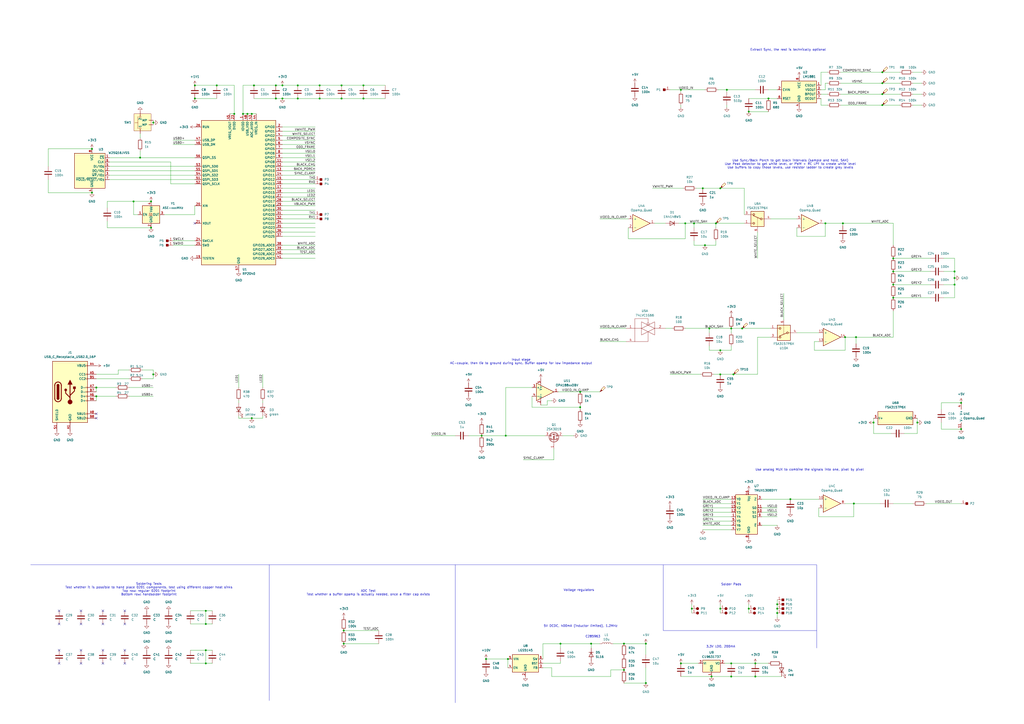
<source format=kicad_sch>
(kicad_sch (version 20250114) (generator "eeschema") (generator_version "9.0")
  (paper "A2")
  (text "Extract Sync, the rest is technically optional" (at 457.2 28.956 0) (effects (font (size 1.27 1.27))))
  (text "3.3V LDO, 200mA" (at 418.084 375.158 0) (effects (font (size 1.27 1.27))))
  (text "Soldering Tests\nTest whether it is possible to hand place 0201 components, test using different copper heat sinks\nTop row: regular 0201 footprint\nBottom row: handsolder footprint" (at 86.36 341.884 0) (effects (font (size 1.27 1.27))))
  (text "Solder Pads" (at 424.18 339.09 0) (effects (font (size 1.27 1.27))))
  (text "5V DCDC, 400mA (inductor limited), 1.2MHz" (at 336.804 363.22 0) (effects (font (size 1.27 1.27))))
  (text "ADC Test\nTest whether a buffer opamp is actually needed, once a filter cap exists" (at 213.614 343.916 0) (effects (font (size 1.27 1.27))))
  (text "C285963" (at 343.916 369.316 0) (effects (font (size 1.27 1.27))))
  (text "Input stage\nAC-couple, then tie to ground during sync. Buffer opamp for low impedance output" (at 302.26 209.804 0) (effects (font (size 1.27 1.27))))
  (text "Voltage regulators" (at 335.788 342.392 0) (effects (font (size 1.27 1.27))))
  (text "Use analog MUX to combine the signals into one, pixel by pixel" (at 469.646 272.542 0) (effects (font (size 1.27 1.27))))
  (text "Use Sync/Back Porch to get black intervals (sample and hold, SAH)\nUse Peak detector to get white level, or PWM + RC LPF to create white level\nUse buffers to copy those levels, use resistor ladder to create grey levels" (at 458.47 95.25 0) (effects (font (size 1.27 1.27))))
  (junction (at 417.83 217.17))
  (junction (at 417.83 353.06))
  (junction (at 424.18 190.5))
  (junction (at 210.82 49.53))
  (junction (at 518.16 172.72))
  (junction (at 518.16 157.48))
  (junction (at 496.57 195.58))
  (junction (at 81.28 91.44))
  (junction (at 294.64 382.27))
  (junction (at 119.38 384.81))
  (junction (at 450.85 350.52))
  (junction (at 407.67 109.22))
  (junction (at 417.83 203.2))
  (junction (at 53.34 111.76))
  (junction (at 511.81 48.26))
  (junction (at 55.88 229.87))
  (junction (at 87.63 116.84))
  (junction (at 434.34 353.06))
  (junction (at 553.72 157.48))
  (junction (at 511.81 41.91))
  (junction (at 557.53 248.92))
  (junction (at 518.16 149.86))
  (junction (at 450.85 353.06))
  (junction (at 198.12 49.53))
  (junction (at 119.38 377.19))
  (junction (at 478.79 129.54))
  (junction (at 113.03 57.15))
  (junction (at 532.13 245.11))
  (junction (at 394.97 52.07))
  (junction (at 293.37 252.73))
  (junction (at 281.94 382.27))
  (junction (at 402.59 129.54))
  (junction (at 185.42 57.15))
  (junction (at 87.63 132.08))
  (junction (at 411.48 190.5))
  (junction (at 553.72 161.29))
  (junction (at 146.05 66.04))
  (junction (at 119.38 354.33))
  (junction (at 198.12 57.15))
  (junction (at 438.15 392.43))
  (junction (at 490.22 195.58))
  (junction (at 113.03 49.53))
  (junction (at 421.64 52.07))
  (junction (at 53.34 86.36))
  (junction (at 557.53 233.68))
  (junction (at 361.95 388.62))
  (junction (at 88.9 71.12))
  (junction (at 434.34 64.77))
  (junction (at 163.83 49.53))
  (junction (at 374.65 396.24))
  (junction (at 172.72 57.15))
  (junction (at 143.51 66.04))
  (junction (at 146.05 242.57))
  (junction (at 336.55 227.33))
  (junction (at 77.47 116.84))
  (junction (at 374.65 373.38))
  (junction (at 163.83 57.15))
  (junction (at 511.81 60.96))
  (junction (at 160.02 49.53))
  (junction (at 394.97 384.81))
  (junction (at 125.73 49.53))
  (junction (at 401.32 353.06))
  (junction (at 119.38 361.95))
  (junction (at 415.29 129.54))
  (junction (at 199.39 373.38))
  (junction (at 445.77 57.15))
  (junction (at 424.18 384.81))
  (junction (at 342.9 373.38))
  (junction (at 88.9 217.17))
  (junction (at 279.4 252.73))
  (junction (at 495.3 292.1))
  (junction (at 185.42 49.53))
  (junction (at 397.51 129.54))
  (junction (at 140.97 66.04))
  (junction (at 408.94 142.24))
  (junction (at 458.47 289.56))
  (junction (at 430.53 190.5))
  (junction (at 147.32 49.53))
  (junction (at 438.15 384.81))
  (junction (at 506.73 245.11))
  (junction (at 425.45 217.17))
  (junction (at 488.95 129.54))
  (junction (at 450.85 355.6))
  (junction (at 511.81 54.61))
  (junction (at 518.16 165.1))
  (junction (at 55.88 224.79))
  (junction (at 199.39 365.76))
  (junction (at 210.82 57.15))
  (junction (at 361.95 373.38))
  (junction (at 172.72 49.53))
  (junction (at 553.72 165.1))
  (junction (at 135.89 66.04))
  (junction (at 336.55 236.22))
  (junction (at 325.12 373.38))
  (junction (at 417.83 109.22))
  (junction (at 424.18 392.43))
  (junction (at 412.75 392.43))
  (junction (at 160.02 57.15))
  (no_connect (at 113.03 129.54))
  (no_connect (at 34.29 384.81))
  (no_connect (at 34.29 377.19))
  (no_connect (at 34.29 354.33))
  (no_connect (at 46.99 361.95))
  (no_connect (at 55.88 242.57))
  (no_connect (at 46.99 354.33))
  (no_connect (at 59.69 354.33))
  (no_connect (at 59.69 361.95))
  (no_connect (at 46.99 377.19))
  (no_connect (at 72.39 377.19))
  (no_connect (at 72.39 361.95))
  (no_connect (at 72.39 384.81))
  (no_connect (at 34.29 361.95))
  (no_connect (at 55.88 240.03))
  (no_connect (at 59.69 377.19))
  (no_connect (at 72.39 354.33))
  (no_connect (at 46.99 384.81))
  (no_connect (at 59.69 384.81))
  (wire (pts (xy 110.49 384.81) (xy 119.38 384.81)))
  (wire (pts (xy 394.97 384.81) (xy 405.13 384.81)))
  (wire (pts (xy 402.59 139.7) (xy 402.59 142.24)))
  (wire (pts (xy 454.66 170.18) (xy 454.66 185.42)))
  (wire (pts (xy 407.67 297.18) (xy 424.18 297.18)))
  (wire (pts (xy 63.5 101.6) (xy 113.03 101.6)))
  (wire (pts (xy 393.7 129.54) (xy 397.51 129.54)))
  (wire (pts (xy 420.37 384.81) (xy 424.18 384.81)))
  (wire (pts (xy 474.98 294.64) (xy 474.98 299.72)))
  (wire (pts (xy 518.16 142.24) (xy 518.16 129.54)))
  (wire (pts (xy 474.98 198.12) (xy 472.44 198.12)))
  (wire (pts (xy 476.25 52.07) (xy 478.79 52.07)))
  (polyline (pts (xy 384.81 365.76) (xy 473.71 365.76)))
  (wire (pts (xy 388.62 52.07) (xy 394.97 52.07)))
  (wire (pts (xy 163.83 86.36) (xy 182.88 86.36)))
  (wire (pts (xy 325.12 373.38) (xy 342.9 373.38)))
  (wire (pts (xy 487.68 41.91) (xy 511.81 41.91)))
  (wire (pts (xy 27.94 111.76) (xy 53.34 111.76)))
  (polyline (pts (xy 156.21 327.66) (xy 264.16 327.66)))
  (wire (pts (xy 496.57 199.39) (xy 496.57 195.58)))
  (wire (pts (xy 163.83 137.16) (xy 182.88 137.16)))
  (wire (pts (xy 125.73 49.53) (xy 135.89 49.53)))
  (wire (pts (xy 119.38 361.95) (xy 123.19 361.95)))
  (wire (pts (xy 431.8 124.46) (xy 431.8 109.22)))
  (wire (pts (xy 303.53 266.7) (xy 321.31 266.7)))
  (wire (pts (xy 163.83 81.28) (xy 182.88 81.28)))
  (wire (pts (xy 518.16 157.48) (xy 539.75 157.48)))
  (wire (pts (xy 119.38 377.19) (xy 123.19 377.19)))
  (wire (pts (xy 342.9 373.38) (xy 342.9 375.92)))
  (wire (pts (xy 163.83 104.14) (xy 182.88 104.14)))
  (wire (pts (xy 374.65 373.38) (xy 361.95 373.38)))
  (wire (pts (xy 450.85 350.52) (xy 450.85 353.06)))
  (wire (pts (xy 407.67 289.56) (xy 424.18 289.56)))
  (wire (pts (xy 347.98 190.5) (xy 363.22 190.5)))
  (wire (pts (xy 88.9 217.17) (xy 88.9 219.71)))
  (wire (pts (xy 110.49 361.95) (xy 119.38 361.95)))
  (wire (pts (xy 472.44 198.12) (xy 472.44 203.2)))
  (wire (pts (xy 546.1 237.49) (xy 546.1 233.68)))
  (wire (pts (xy 317.5 234.95) (xy 317.5 232.41)))
  (wire (pts (xy 172.72 49.53) (xy 185.42 49.53)))
  (wire (pts (xy 163.83 129.54) (xy 182.88 129.54)))
  (wire (pts (xy 511.81 54.61) (xy 521.97 54.61)))
  (wire (pts (xy 347.98 127) (xy 364.49 127)))
  (wire (pts (xy 434.34 57.15) (xy 445.77 57.15)))
  (wire (pts (xy 81.28 77.47) (xy 81.28 80.01)))
  (wire (pts (xy 506.73 245.11) (xy 506.73 251.46)))
  (wire (pts (xy 133.35 66.04) (xy 135.89 66.04)))
  (wire (pts (xy 397.51 190.5) (xy 411.48 190.5)))
  (wire (pts (xy 99.06 106.68) (xy 99.06 93.98)))
  (wire (pts (xy 490.22 203.2) (xy 490.22 195.58)))
  (wire (pts (xy 336.55 236.22) (xy 336.55 237.49)))
  (wire (pts (xy 553.72 149.86) (xy 553.72 157.48)))
  (wire (pts (xy 314.96 382.27) (xy 314.96 373.38)))
  (wire (pts (xy 438.15 384.81) (xy 445.77 384.81)))
  (wire (pts (xy 113.03 106.68) (xy 99.06 106.68)))
  (wire (pts (xy 55.88 224.79) (xy 67.31 224.79)))
  (wire (pts (xy 163.83 91.44) (xy 182.88 91.44)))
  (wire (pts (xy 336.55 234.95) (xy 336.55 236.22)))
  (wire (pts (xy 198.12 57.15) (xy 210.82 57.15)))
  (wire (pts (xy 547.37 157.48) (xy 553.72 157.48)))
  (wire (pts (xy 529.59 41.91) (xy 534.67 41.91)))
  (wire (pts (xy 119.38 354.33) (xy 119.38 361.95)))
  (wire (pts (xy 478.79 137.16) (xy 478.79 129.54)))
  (wire (pts (xy 163.83 111.76) (xy 182.88 111.76)))
  (wire (pts (xy 27.94 96.52) (xy 27.94 86.36)))
  (wire (pts (xy 417.83 109.22) (xy 407.67 109.22)))
  (wire (pts (xy 407.67 299.72) (xy 424.18 299.72)))
  (wire (pts (xy 431.8 109.22) (xy 417.83 109.22)))
  (wire (pts (xy 487.68 54.61) (xy 511.81 54.61)))
  (wire (pts (xy 511.81 41.91) (xy 521.97 41.91)))
  (wire (pts (xy 532.13 251.46) (xy 532.13 245.11)))
  (wire (pts (xy 313.69 234.95) (xy 317.5 234.95)))
  (wire (pts (xy 163.83 134.62) (xy 182.88 134.62)))
  (wire (pts (xy 185.42 57.15) (xy 198.12 57.15)))
  (wire (pts (xy 415.29 142.24) (xy 408.94 142.24)))
  (wire (pts (xy 88.9 69.85) (xy 88.9 71.12)))
  (wire (pts (xy 488.95 130.81) (xy 488.95 129.54)))
  (wire (pts (xy 163.83 88.9) (xy 182.88 88.9)))
  (wire (pts (xy 458.47 289.56) (xy 474.98 289.56)))
  (wire (pts (xy 163.83 116.84) (xy 182.88 116.84)))
  (wire (pts (xy 210.82 49.53) (xy 223.52 49.53)))
  (polyline (pts (xy 384.81 327.66) (xy 384.81 365.76)))
  (wire (pts (xy 160.02 57.15) (xy 163.83 57.15)))
  (wire (pts (xy 506.73 242.57) (xy 506.73 245.11)))
  (wire (pts (xy 529.59 54.61) (xy 534.67 54.61)))
  (wire (pts (xy 55.88 232.41) (xy 55.88 229.87)))
  (wire (pts (xy 553.72 172.72) (xy 547.37 172.72)))
  (wire (pts (xy 441.96 294.64) (xy 450.85 294.64)))
  (wire (pts (xy 487.68 48.26) (xy 511.81 48.26)))
  (wire (pts (xy 317.5 232.41) (xy 320.04 232.41)))
  (wire (pts (xy 417.83 350.52) (xy 417.83 353.06)))
  (polyline (pts (xy 156.21 327.66) (xy 156.21 406.4)))
  (wire (pts (xy 415.29 142.24) (xy 415.29 139.7)))
  (wire (pts (xy 441.96 304.8) (xy 450.85 304.8)))
  (wire (pts (xy 374.65 379.73) (xy 374.65 373.38)))
  (polyline (pts (xy 264.16 327.66) (xy 473.71 327.66)))
  (wire (pts (xy 55.88 217.17) (xy 68.58 217.17)))
  (wire (pts (xy 63.5 104.14) (xy 113.03 104.14)))
  (wire (pts (xy 478.79 48.26) (xy 480.06 48.26)))
  (wire (pts (xy 163.83 149.86) (xy 182.88 149.86)))
  (wire (pts (xy 441.96 289.56) (xy 458.47 289.56)))
  (wire (pts (xy 553.72 161.29) (xy 553.72 165.1)))
  (wire (pts (xy 476.25 60.96) (xy 480.06 60.96)))
  (wire (pts (xy 163.83 106.68) (xy 182.88 106.68)))
  (wire (pts (xy 55.88 224.79) (xy 55.88 227.33)))
  (wire (pts (xy 524.51 251.46) (xy 532.13 251.46)))
  (wire (pts (xy 250.19 252.73) (xy 264.16 252.73)))
  (wire (pts (xy 402.59 132.08) (xy 402.59 129.54)))
  (wire (pts (xy 450.85 355.6) (xy 450.85 358.14)))
  (wire (pts (xy 407.67 294.64) (xy 424.18 294.64)))
  (wire (pts (xy 434.34 353.06) (xy 434.34 355.6)))
  (wire (pts (xy 439.42 134.62) (xy 439.42 149.86)))
  (wire (pts (xy 95.25 124.46) (xy 113.03 124.46)))
  (wire (pts (xy 293.37 224.79) (xy 293.37 252.73)))
  (wire (pts (xy 62.23 116.84) (xy 77.47 116.84)))
  (wire (pts (xy 394.97 62.23) (xy 394.97 60.96)))
  (wire (pts (xy 210.82 57.15) (xy 223.52 57.15)))
  (wire (pts (xy 110.49 377.19) (xy 119.38 377.19)))
  (wire (pts (xy 152.4 232.41) (xy 152.4 233.68)))
  (wire (pts (xy 138.43 232.41) (xy 138.43 233.68)))
  (wire (pts (xy 424.18 384.81) (xy 438.15 384.81)))
  (wire (pts (xy 401.32 353.06) (xy 401.32 355.6)))
  (wire (pts (xy 336.55 227.33) (xy 347.98 227.33)))
  (wire (pts (xy 119.38 384.81) (xy 123.19 384.81)))
  (wire (pts (xy 401.32 350.52) (xy 401.32 353.06)))
  (wire (pts (xy 320.04 392.43) (xy 354.33 392.43)))
  (wire (pts (xy 495.3 292.1) (xy 510.54 292.1)))
  (wire (pts (xy 518.16 165.1) (xy 539.75 165.1)))
  (wire (pts (xy 532.13 242.57) (xy 532.13 245.11)))
  (wire (pts (xy 450.85 353.06) (xy 450.85 355.6)))
  (wire (pts (xy 474.98 299.72) (xy 495.3 299.72)))
  (wire (pts (xy 198.12 49.53) (xy 210.82 49.53)))
  (wire (pts (xy 478.79 52.07) (xy 478.79 48.26)))
  (wire (pts (xy 417.83 203.2) (xy 424.18 203.2)))
  (wire (pts (xy 386.08 190.5) (xy 389.89 190.5)))
  (wire (pts (xy 407.67 307.34) (xy 424.18 307.34)))
  (wire (pts (xy 163.83 142.24) (xy 182.88 142.24)))
  (wire (pts (xy 421.64 62.23) (xy 421.64 60.96)))
  (wire (pts (xy 62.23 120.65) (xy 62.23 116.84)))
  (wire (pts (xy 462.28 137.16) (xy 478.79 137.16)))
  (wire (pts (xy 63.5 91.44) (xy 81.28 91.44)))
  (wire (pts (xy 445.77 57.15) (xy 450.85 57.15)))
  (wire (pts (xy 113.03 49.53) (xy 125.73 49.53)))
  (wire (pts (xy 88.9 71.12) (xy 88.9 72.39)))
  (wire (pts (xy 314.96 387.35) (xy 320.04 387.35)))
  (wire (pts (xy 163.83 119.38) (xy 182.88 119.38)))
  (wire (pts (xy 152.4 242.57) (xy 152.4 241.3)))
  (wire (pts (xy 417.83 353.06) (xy 417.83 355.6)))
  (wire (pts (xy 495.3 299.72) (xy 495.3 292.1)))
  (wire (pts (xy 424.18 203.2) (xy 424.18 200.66)))
  (wire (pts (xy 294.64 382.27) (xy 294.64 387.35)))
  (wire (pts (xy 379.73 129.54) (xy 386.08 129.54)))
  (wire (pts (xy 434.34 350.52) (xy 434.34 353.06)))
  (wire (pts (xy 438.15 392.43) (xy 453.39 392.43)))
  (wire (pts (xy 354.33 388.62) (xy 361.95 388.62)))
  (wire (pts (xy 439.42 195.58) (xy 439.42 217.17)))
  (wire (pts (xy 511.81 60.96) (xy 521.97 60.96)))
  (wire (pts (xy 88.9 219.71) (xy 82.55 219.71)))
  (wire (pts (xy 476.25 57.15) (xy 476.25 60.96)))
  (wire (pts (xy 62.23 132.08) (xy 87.63 132.08)))
  (wire (pts (xy 163.83 78.74) (xy 182.88 78.74)))
  (wire (pts (xy 553.72 157.48) (xy 553.72 161.29)))
  (wire (pts (xy 140.97 49.53) (xy 147.32 49.53)))
  (wire (pts (xy 407.67 302.26) (xy 424.18 302.26)))
  (wire (pts (xy 308.61 224.79) (xy 293.37 224.79)))
  (wire (pts (xy 163.83 124.46) (xy 182.88 124.46)))
  (wire (pts (xy 447.04 195.58) (xy 439.42 195.58)))
  (wire (pts (xy 321.31 266.7) (xy 321.31 260.35)))
  (wire (pts (xy 425.45 217.17) (xy 417.83 217.17)))
  (wire (pts (xy 364.49 138.43) (xy 364.49 132.08)))
  (wire (pts (xy 477.52 129.54) (xy 478.79 129.54)))
  (wire (pts (xy 546.1 248.92) (xy 557.53 248.92)))
  (wire (pts (xy 388.62 217.17) (xy 406.4 217.17)))
  (wire (pts (xy 490.22 292.1) (xy 495.3 292.1)))
  (wire (pts (xy 529.59 48.26) (xy 534.67 48.26)))
  (wire (pts (xy 281.94 382.27) (xy 294.64 382.27)))
  (wire (pts (xy 99.06 93.98) (xy 63.5 93.98)))
  (wire (pts (xy 415.29 129.54) (xy 431.8 129.54)))
  (wire (pts (xy 68.58 214.63) (xy 74.93 214.63)))
  (wire (pts (xy 88.9 214.63) (xy 88.9 217.17)))
  (wire (pts (xy 518.16 172.72) (xy 539.75 172.72)))
  (wire (pts (xy 100.33 83.82) (xy 113.03 83.82)))
  (wire (pts (xy 412.75 392.43) (xy 424.18 392.43)))
  (wire (pts (xy 445.77 52.07) (xy 450.85 52.07)))
  (wire (pts (xy 414.02 217.17) (xy 417.83 217.17)))
  (wire (pts (xy 323.85 227.33) (xy 336.55 227.33)))
  (wire (pts (xy 511.81 48.26) (xy 521.97 48.26)))
  (wire (pts (xy 163.83 76.2) (xy 182.88 76.2)))
  (wire (pts (xy 55.88 219.71) (xy 74.93 219.71)))
  (wire (pts (xy 407.67 292.1) (xy 424.18 292.1)))
  (wire (pts (xy 163.83 109.22) (xy 182.88 109.22)))
  (wire (pts (xy 152.4 217.17) (xy 152.4 224.79)))
  (wire (pts (xy 342.9 373.38) (xy 347.98 373.38)))
  (wire (pts (xy 441.96 299.72) (xy 450.85 299.72)))
  (wire (pts (xy 547.37 165.1) (xy 553.72 165.1)))
  (wire (pts (xy 63.5 99.06) (xy 113.03 99.06)))
  (wire (pts (xy 138.43 242.57) (xy 146.05 242.57)))
  (wire (pts (xy 487.68 60.96) (xy 511.81 60.96)))
  (wire (pts (xy 364.49 138.43) (xy 397.51 138.43)))
  (wire (pts (xy 143.51 66.04) (xy 146.05 66.04)))
  (wire (pts (xy 119.38 354.33) (xy 123.19 354.33)))
  (wire (pts (xy 394.97 53.34) (xy 394.97 52.07)))
  (wire (pts (xy 424.18 190.5) (xy 430.53 190.5)))
  (wire (pts (xy 476.25 41.91) (xy 476.25 49.53)))
  (wire (pts (xy 430.53 190.5) (xy 447.04 190.5)))
  (wire (pts (xy 146.05 66.04) (xy 148.59 66.04)))
  (wire (pts (xy 100.33 139.7) (xy 113.03 139.7)))
  (wire (pts (xy 518.16 149.86) (xy 539.75 149.86)))
  (wire (pts (xy 355.6 373.38) (xy 361.95 373.38)))
  (wire (pts (xy 163.83 73.66) (xy 182.88 73.66)))
  (wire (pts (xy 424.18 392.43) (xy 438.15 392.43)))
  (wire (pts (xy 146.05 242.57) (xy 152.4 242.57)))
  (wire (pts (xy 163.83 144.78) (xy 182.88 144.78)))
  (wire (pts (xy 308.61 236.22) (xy 336.55 236.22)))
  (wire (pts (xy 140.97 66.04) (xy 143.51 66.04)))
  (wire (pts (xy 411.48 203.2) (xy 411.48 200.66)))
  (wire (pts (xy 462.28 132.08) (xy 462.28 137.16)))
  (wire (pts (xy 77.47 124.46) (xy 77.47 116.84)))
  (wire (pts (xy 279.4 252.73) (xy 293.37 252.73)))
  (wire (pts (xy 447.04 127) (xy 462.28 127)))
  (wire (pts (xy 347.98 198.12) (xy 363.22 198.12)))
  (wire (pts (xy 163.83 99.06) (xy 182.88 99.06)))
  (wire (pts (xy 113.03 57.15) (xy 125.73 57.15)))
  (wire (pts (xy 80.01 124.46) (xy 77.47 124.46)))
  (wire (pts (xy 74.93 229.87) (xy 88.9 229.87)))
  (wire (pts (xy 374.65 387.35) (xy 374.65 396.24)))
  (wire (pts (xy 411.48 193.04) (xy 411.48 190.5)))
  (wire (pts (xy 397.51 129.54) (xy 397.51 138.43)))
  (wire (pts (xy 378.46 109.22) (xy 396.24 109.22)))
  (wire (pts (xy 421.64 52.07) (xy 438.15 52.07)))
  (wire (pts (xy 441.96 297.18) (xy 450.85 297.18)))
  (wire (pts (xy 138.43 242.57) (xy 138.43 241.3)))
  (wire (pts (xy 421.64 53.34) (xy 421.64 52.07)))
  (wire (pts (xy 434.34 64.77) (xy 445.77 64.77)))
  (wire (pts (xy 199.39 373.38) (xy 219.71 373.38)))
  (wire (pts (xy 160.02 49.53) (xy 163.83 49.53)))
  (wire (pts (xy 100.33 81.28) (xy 113.03 81.28)))
  (wire (pts (xy 325.12 384.81) (xy 325.12 383.54)))
  (wire (pts (xy 480.06 41.91) (xy 476.25 41.91)))
  (wire (pts (xy 163.83 114.3) (xy 182.88 114.3)))
  (wire (pts (xy 138.43 217.17) (xy 138.43 224.79)))
  (wire (pts (xy 546.1 245.11) (xy 546.1 248.92)))
  (wire (pts (xy 119.38 377.19) (xy 119.38 384.81)))
  (wire (pts (xy 163.83 132.08) (xy 182.88 132.08)))
  (wire (pts (xy 439.42 217.17) (xy 425.45 217.17)))
  (wire (pts (xy 424.18 193.04) (xy 424.18 190.5)))
  (wire (pts (xy 27.94 104.14) (xy 27.94 111.76)))
  (wire (pts (xy 81.28 91.44) (xy 113.03 91.44)))
  (wire (pts (xy 476.25 54.61) (xy 480.06 54.61)))
  (wire (pts (xy 172.72 57.15) (xy 185.42 57.15)))
  (wire (pts (xy 415.29 132.08) (xy 415.29 129.54)))
  (wire (pts (xy 394.97 392.43) (xy 412.75 392.43)))
  (wire (pts (xy 450.85 347.98) (xy 450.85 350.52)))
  (wire (pts (xy 163.83 127) (xy 182.88 127)))
  (wire (pts (xy 62.23 128.27) (xy 62.23 132.08)))
  (wire (pts (xy 354.33 392.43) (xy 354.33 388.62)))
  (wire (pts (xy 163.83 57.15) (xy 172.72 57.15)))
  (wire (pts (xy 478.79 129.54) (xy 488.95 129.54)))
  (wire (pts (xy 163.83 101.6) (xy 182.88 101.6)))
  (wire (pts (xy 416.56 52.07) (xy 421.64 52.07)))
  (wire (pts (xy 411.48 190.5) (xy 424.18 190.5)))
  (wire (pts (xy 496.57 195.58) (xy 518.16 195.58)))
  (wire (pts (xy 27.94 86.36) (xy 53.34 86.36)))
  (wire (pts (xy 472.44 203.2) (xy 490.22 203.2)))
  (wire (pts (xy 113.03 119.38) (xy 113.03 124.46)))
  (wire (pts (xy 320.04 387.35) (xy 320.04 392.43)))
  (wire (pts (xy 110.49 354.33) (xy 119.38 354.33)))
  (wire (pts (xy 77.47 116.84) (xy 87.63 116.84)))
  (wire (pts (xy 546.1 233.68) (xy 557.53 233.68)))
  (wire (pts (xy 63.5 96.52) (xy 113.03 96.52)))
  (wire (pts (xy 163.83 93.98) (xy 182.88 93.98)))
  (wire (pts (xy 163.83 49.53) (xy 172.72 49.53)))
  (wire (pts (xy 408.94 142.24) (xy 402.59 142.24)))
  (wire (pts (xy 308.61 229.87) (xy 308.61 236.22)))
  (wire (pts (xy 163.83 121.92) (xy 182.88 121.92)))
  (polyline (pts (xy 17.78 327.66) (xy 156.21 327.66)))
  (wire (pts (xy 537.21 292.1) (xy 557.53 292.1)))
  (wire (pts (xy 407.67 304.8) (xy 424.18 304.8)))
  (wire (pts (xy 81.28 87.63) (xy 81.28 91.44)))
  (wire (pts (xy 417.83 203.2) (xy 411.48 203.2)))
  (wire (pts (xy 403.86 109.22) (xy 407.67 109.22)))
  (wire (pts (xy 529.59 60.96) (xy 534.67 60.96)))
  (wire (pts (xy 397.51 129.54) (xy 402.59 129.54)))
  (wire (pts (xy 518.16 129.54) (xy 488.95 129.54)))
  (wire (pts (xy 374.65 396.24) (xy 361.95 396.24)))
  (wire (pts (xy 163.83 83.82) (xy 182.88 83.82)))
  (wire (pts (xy 140.97 66.04) (xy 140.97 49.53)))
  (wire (pts (xy 55.88 229.87) (xy 67.31 229.87)))
  (wire (pts (xy 394.97 52.07) (xy 408.94 52.07)))
  (wire (pts (xy 553.72 165.1) (xy 553.72 172.72)))
  (wire (pts (xy 518.16 195.58) (xy 518.16 180.34)))
  (wire (pts (xy 82.55 214.63) (xy 88.9 214.63)))
  (wire (pts (xy 518.16 292.1) (xy 529.59 292.1)))
  (wire (pts (xy 462.28 193.04) (xy 474.98 193.04)))
  (wire (pts (xy 326.39 252.73) (xy 332.74 252.73)))
  (wire (pts (xy 271.78 252.73) (xy 279.4 252.73)))
  (wire (pts (xy 402.59 129.54) (xy 415.29 129.54)))
  (wire (pts (xy 147.32 49.53) (xy 160.02 49.53)))
  (wire (pts (xy 135.89 66.04) (xy 135.89 49.53)))
  (wire (pts (xy 547.37 149.86) (xy 553.72 149.86)))
  (wire (pts (xy 185.42 49.53) (xy 198.12 49.53)))
  (wire (pts (xy 100.33 142.24) (xy 113.03 142.24)))
  (wire (pts (xy 314.96 384.81) (xy 325.12 384.81)))
  (wire (pts (xy 325.12 373.38) (xy 325.12 375.92)))
  (wire (pts (xy 68.58 217.17) (xy 68.58 214.63)))
  (wire (pts (xy 506.73 251.46) (xy 516.89 251.46)))
  (wire (pts (xy 163.83 96.52) (xy 182.88 96.52)))
  (wire (pts (xy 199.39 365.76) (xy 219.71 365.76)))
  (polyline (pts (xy 473.71 327.66) (xy 473.71 375.92)))
  (wire (pts (xy 293.37 252.73) (xy 316.23 252.73)))
  (wire (pts (xy 314.96 373.38) (xy 325.12 373.38)))
  (polyline (pts (xy 264.16 327.66) (xy 264.16 407.67)))
  (wire (pts (xy 74.93 224.79) (xy 88.9 224.79)))
  (wire (pts (xy 147.32 57.15) (xy 160.02 57.15)))
  (wire (pts (xy 490.22 195.58) (xy 496.57 195.58)))
  (wire (pts (xy 163.83 147.32) (xy 182.88 147.32)))
  (label "RX1" (at 182.88 127 180))
  (label "LED2" (at 152.4 217.17 270))
  (label "SYNC_CLAMP" (at 182.88 101.6 180))
  (label "USBD-" (at 100.33 83.82 0))
  (label "GREY3" (at 534.67 157.48 180))
  (label "BLACK_ADC" (at 182.88 144.78 180))
  (label "LED1" (at 182.88 111.76 180))
  (label "COMPOSITE_SYNC" (at 505.46 41.91 180))
  (label "VIDEO_IN_CLAMP" (at 347.98 190.5 0))
  (label "BLACK_SELECT" (at 454.66 170.18 270))
  (label "WHITE_ADC" (at 407.67 304.8 0))
  (label "LED1" (at 138.43 217.17 270))
  (label "VIDEO_IN_CLAMP" (at 347.98 127 0))
  (label "VIDEO_IN" (at 393.7 52.07 0))
  (label "VSEL1" (at 182.88 91.44 180))
  (label "TEST_ADC" (at 219.71 365.76 180))
  (label "RX0" (at 182.88 106.68 180))
  (label "TEST_ADC" (at 182.88 147.32 180))
  (label "BLACK_CHG" (at 347.98 198.12 0))
  (label "WHITE_SELECT" (at 182.88 78.74 180))
  (label "WHITE_SELECT" (at 439.42 149.86 90))
  (label "TX1" (at 182.88 124.46 180))
  (label "BLACK_ADC" (at 516.89 195.58 180))
  (label "GREY2" (at 407.67 297.18 0))
  (label "COMPOSITE_SYNC" (at 182.88 81.28 180))
  (label "GREY1" (at 534.67 172.72 180))
  (label "BLACK_ADC" (at 407.67 292.1 0))
  (label "VWHITE_PWM" (at 378.46 109.22 0))
  (label "WHITE_ADC" (at 182.88 142.24 180))
  (label "BLACK_SELECT" (at 182.88 116.84 180))
  (label "VBLACK_PWM" (at 388.62 217.17 0))
  (label "USBD-" (at 88.9 224.79 180))
  (label "GREY4" (at 534.67 149.86 180))
  (label "VSEL2" (at 182.88 93.98 180))
  (label "ODD_FRAME" (at 182.88 86.36 180))
  (label "VIDEO_IN_CLAMP" (at 407.67 289.56 0))
  (label "GREY4" (at 407.67 302.26 0))
  (label "VBLACK_PWM" (at 182.88 119.38 180))
  (label "VIDEO_IN" (at 250.19 252.73 0))
  (label "SWDIO" (at 100.33 142.24 0))
  (label "USBD+" (at 88.9 229.87 180))
  (label "VSEL1" (at 450.85 297.18 180))
  (label "VIDEO_IN_CLAMP" (at 341.63 227.33 180))
  (label "VSYNC" (at 500.38 48.26 180))
  (label "GREY3" (at 407.67 299.72 0))
  (label "ODD_FRAME" (at 502.92 60.96 180))
  (label "VSEL2" (at 450.85 299.72 180))
  (label "VSEL0" (at 182.88 88.9 180))
  (label "GREY2" (at 534.67 165.1 180))
  (label "BACK_PORCH" (at 182.88 99.06 180))
  (label "LED2" (at 182.88 114.3 180))
  (label "BLACK_CHG" (at 182.88 96.52 180))
  (label "WHITE_ADC" (at 515.62 129.54 180))
  (label "GREY1" (at 407.67 294.64 0))
  (label "VSYNC" (at 182.88 83.82 180))
  (label "VIDEO_OUT" (at 552.45 292.1 180))
  (label "BLACK_SAH" (at 408.94 190.5 0))
  (label "USBD+" (at 100.33 81.28 0))
  (label "WHITE_SAH" (at 400.05 129.54 0))
  (label "VWHITE_PWM" (at 182.88 76.2 180))
  (label "VSEL0" (at 450.85 294.64 180))
  (label "SYNC_CLAMP" (at 303.53 266.7 0))
  (label "SWCLK" (at 100.33 139.7 0))
  (label "BACK_PORCH" (at 504.19 54.61 180))
  (label "TX0" (at 182.88 104.14 180))
  (symbol (lib_id "Device:C") (at 546.1 241.3 0) (unit 1)
    (property "Reference" "C16" (at 549.91 240.0299 0) (effects (justify left)))
    (property "Value" "100n" (at 549.91 242.5699 0) (effects (justify left)))
    (property "Footprint" "Capacitor_SMD:C_0402_1005Metric" (effects (hide yes)))
    (property "Description" "Unpolarized capacitor" (effects (hide yes)))
  )
  (symbol (lib_id "power:GND") (at 304.8 392.43 0) (unit 1)
    (property "Reference" "#PWR060" (effects (hide yes)))
    (property "Value" "GND" (at 304.8 397.51 0))
    (property "Description" "Power symbol creates a global label with name \"GND\" , ground" (effects (hide yes)))
  )
  (symbol (lib_id "power:GND") (at 388.62 300.99 0) (unit 1)
    (property "Reference" "#PWR058" (effects (hide yes)))
    (property "Value" "GND" (at 388.62 306.07 0))
    (property "Description" "Power symbol creates a global label with name \"GND\" , ground" (effects (hide yes)))
  )
  (symbol (lib_id "Device:C") (at 59.69 358.14 0) (unit 1)
    (property "Reference" "C31" (at 63.5 356.8699 0) (effects (justify left)))
    (property "Value" "C" (at 63.5 359.4099 0) (effects (justify left)))
    (property "Footprint" "Capacitor_SMD:C_0201_0603Metric" (effects (hide yes)))
    (property "Description" "Unpolarized capacitor" (effects (hide yes)))
  )
  (symbol (lib_id "power:GND") (at 81.28 64.77 180) (unit 1)
    (property "Reference" "#PWR026" (effects (hide yes)))
    (property "Value" "GND" (at 81.28 59.69 0))
    (property "Description" "Power symbol creates a global label with name \"GND\" , ground" (effects (hide yes)))
  )
  (symbol (lib_id "Device:R") (at 518.16 146.05 0) (unit 1)
    (property "Reference" "R22" (at 520.7 144.7799 0) (effects (justify left)))
    (property "Value" "1k" (at 520.7 147.3199 0) (effects (justify left)))
    (property "Footprint" "Resistor_SMD:R_0603_1608Metric_Pad0.98x0.95mm_HandSolder" (effects (hide yes)))
    (property "Description" "Resistor" (effects (hide yes)))
  )
  (symbol (lib_id "Device:C") (at 223.52 53.34 0) (unit 1)
    (property "Reference" "C7" (at 227.33 52.0699 0) (effects (justify left)))
    (property "Value" "100n" (at 227.33 54.6099 0) (effects (justify left)))
    (property "Footprint" "Capacitor_SMD:C_0402_1005Metric" (effects (hide yes)))
    (property "Description" "Unpolarized capacitor" (effects (hide yes)))
  )
  (symbol (lib_id "power:GND") (at 496.57 207.01 0) (unit 1)
    (property "Reference" "#PWR033" (effects (hide yes)))
    (property "Value" "GND" (at 496.57 212.09 0))
    (property "Description" "Power symbol creates a global label with name \"GND\" , ground" (effects (hide yes)))
  )
  (symbol (lib_id "power:+5V") (at 368.3 48.26 0) (unit 1)
    (property "Reference" "#PWR022" (effects (hide yes)))
    (property "Value" "+5V" (at 368.3 43.18 0))
    (property "Description" "Power symbol creates a global label with name \"+5V\"" (effects (hide yes)))
  )
  (symbol (lib_id "Device:R") (at 361.95 392.43 0) (unit 1)
    (property "Reference" "R36" (at 364.49 391.1599 0) (effects (justify left)))
    (property "Value" "10k" (at 364.49 393.6999 0) (effects (justify left)))
    (property "Footprint" "Resistor_SMD:R_0402_1005Metric" (effects (hide yes)))
    (property "Description" "Resistor" (effects (hide yes)))
  )
  (symbol (lib_id "power:GND") (at 368.3 55.88 0) (unit 1)
    (property "Reference" "#PWR023" (effects (hide yes)))
    (property "Value" "GND" (at 368.3 60.96 0))
    (property "Description" "Power symbol creates a global label with name \"GND\" , ground" (effects (hide yes)))
  )
  (symbol (lib_id "power:GND") (at 279.4 260.35 0) (unit 1)
    (property "Reference" "#PWR072" (effects (hide yes)))
    (property "Value" "GND" (at 279.4 265.43 0))
    (property "Description" "Power symbol creates a global label with name \"GND\" , ground" (effects (hide yes)))
  )
  (symbol (lib_id "Device:C") (at 267.97 252.73 90) (unit 1)
    (property "Reference" "C53" (at 267.97 245.11 90))
    (property "Value" "1u" (at 267.97 247.65 90))
    (property "Footprint" "Capacitor_SMD:C_0603_1608Metric_Pad1.08x0.95mm_HandSolder" (effects (hide yes)))
    (property "Description" "Unpolarized capacitor" (effects (hide yes)))
  )
  (symbol (lib_id "power:GND") (at 97.79 354.33 180) (unit 1)
    (property "Reference" "#PWR052" (effects (hide yes)))
    (property "Value" "GND" (at 97.79 349.25 0))
    (property "Description" "Power symbol creates a global label with name \"GND\" , ground" (effects (hide yes)))
  )
  (symbol (lib_id "Device:C") (at 514.35 292.1 90) (unit 1)
    (property "Reference" "C52" (at 514.35 284.48 90))
    (property "Value" "10u" (at 514.35 287.02 90))
    (property "Footprint" "Capacitor_SMD:C_0603_1608Metric_Pad1.08x0.95mm_HandSolder" (effects (hide yes)))
    (property "Description" "Unpolarized capacitor" (effects (hide yes)))
  )
  (symbol (lib_id "power:+5V") (at 557.53 233.68 0) (unit 1)
    (property "Reference" "#PWR027" (effects (hide yes)))
    (property "Value" "+5V" (at 557.53 228.6 0))
    (property "Description" "Power symbol creates a global label with name \"+5V\"" (effects (hide yes)))
  )
  (symbol (lib_id "Device:R") (at 336.55 231.14 0) (unit 1)
    (property "Reference" "R43" (at 339.09 229.8699 0) (effects (justify left)))
    (property "Value" "1k" (at 339.09 232.4099 0) (effects (justify left)))
    (property "Footprint" "Resistor_SMD:R_0603_1608Metric_Pad0.98x0.95mm_HandSolder" (effects (hide yes)))
    (property "Description" "Resistor" (effects (hide yes)))
  )
  (symbol (lib_id "power:GND") (at 407.67 307.34 0) (unit 1)
    (property "Reference" "#PWR040" (effects (hide yes)))
    (property "Value" "GND" (at 407.67 312.42 0))
    (property "Description" "Power symbol creates a global label with name \"GND\" , ground" (effects (hide yes)))
  )
  (symbol (lib_id "74xGxx:74LVC1G66") (at 375.92 190.5 0) (unit 1)
    (property "Reference" "U5" (at 374.015 180.34 0))
    (property "Value" "74LVC1G66" (at 374.015 182.88 0))
    (property "Footprint" "Package_TO_SOT_SMD:SOT-353_SC-70-5" (effects (hide yes)))
    (property "Datasheet" "http://www.ti.com/lit/ds/symlink/sn74lvc1g66.pdf" (effects (hide yes)))
    (property "Description" "Single Bilateral Analog Switch, SOT-23-5/SC-70-5" (effects (hide yes)))
  )
  (symbol (lib_id "power:GND") (at 553.72 161.29 90) (unit 1)
    (property "Reference" "#PWR043" (effects (hide yes)))
    (property "Value" "GND" (at 557.53 161.2899 90) (effects (justify right)))
    (property "Description" "Power symbol creates a global label with name \"GND\" , ground" (effects (hide yes)))
  )
  (symbol (lib_id "Device:R") (at 525.78 54.61 90) (unit 1)
    (property "Reference" "R12" (at 523.24 51.816 90))
    (property "Value" "100k" (at 529.336 51.816 90))
    (property "Footprint" "Resistor_SMD:R_0402_1005Metric_Pad0.72x0.64mm_HandSolder" (effects (hide yes)))
    (property "Description" "Resistor" (effects (hide yes)))
  )
  (symbol (lib_id "power:GND") (at 532.13 245.11 90) (unit 1)
    (property "Reference" "#PWR036" (effects (hide yes)))
    (property "Value" "GND" (at 535.94 245.1099 90) (effects (justify right)))
    (property "Description" "Power symbol creates a global label with name \"GND\" , ground" (effects (hide yes)))
  )
  (symbol (lib_id "Device:D") (at 342.9 379.73 270) (unit 1)
    (property "Reference" "D5" (at 345.44 378.4599 90) (effects (justify left)))
    (property "Value" "SL16" (at 345.44 380.9999 90) (effects (justify left)))
    (property "Footprint" "Diode_SMD:D_SOD-123" (effects (hide yes)))
    (property "Description" "Diode" (effects (hide yes)))
    (property "Sim.Device" "D" (effects (hide yes)))
    (property "Sim.Pins" "1=K 2=A" (effects (hide yes)))
  )
  (symbol (lib_id "Device:C") (at 325.12 379.73 0) (unit 1)
    (property "Reference" "C46" (at 328.93 378.4599 0) (effects (justify left)))
    (property "Value" "100n" (at 328.93 380.9999 0) (effects (justify left)))
    (property "Footprint" "Capacitor_SMD:C_0402_1005Metric" (effects (hide yes)))
    (property "Description" "Unpolarized capacitor" (effects (hide yes)))
  )
  (symbol (lib_id "Device:C") (at 424.18 388.62 0) (unit 1)
    (property "Reference" "C50" (at 427.99 387.3499 0) (effects (justify left)))
    (property "Value" "1u" (at 427.99 389.8899 0) (effects (justify left)))
    (property "Footprint" "Capacitor_SMD:C_0402_1005Metric" (effects (hide yes)))
    (property "Description" "Unpolarized capacitor" (effects (hide yes)))
  )
  (symbol (lib_id "Connector:TestPoint_Probe") (at 430.53 190.5 0) (unit 1)
    (property "Reference" "TP8" (at 434.34 187.6424 0) (effects (justify left)))
    (property "Value" "TestPoint_Probe" (effects (hide yes)))
    (property "Footprint" "TestPoint:TestPoint_Pad_D1.0mm" (effects (hide yes)))
    (property "Description" "test point (alternative probe-style design)" (effects (hide yes)))
  )
  (symbol (lib_id "Device:C") (at 62.23 124.46 0) (unit 1)
    (property "Reference" "C10" (at 66.04 123.1899 0) (effects (justify left)))
    (property "Value" "100n" (at 66.04 125.7299 0) (effects (justify left)))
    (property "Footprint" "Capacitor_SMD:C_0402_1005Metric" (effects (hide yes)))
    (property "Description" "Unpolarized capacitor" (effects (hide yes)))
  )
  (symbol (lib_id "power:+5V") (at 55.88 212.09 270) (unit 1)
    (property "Reference" "#PWR012" (effects (hide yes)))
    (property "Value" "+5V" (at 59.69 212.0899 90) (effects (justify left)))
    (property "Description" "Power symbol creates a global label with name \"+5V\"" (effects (hide yes)))
  )
  (symbol (lib_id "Analog_Switch:NMUX1308PW") (at 434.34 297.18 0) (mirror y) (unit 1)
    (property "Reference" "U7" (at 437.4581 281.94 0) (effects (justify right)))
    (property "Value" "TMUX1308DYY" (at 437.4581 284.48 0) (effects (justify right)))
    (property "Footprint" "Package_SO:Texas_DYY0016A_TSOT-23-16_2x4.2mm_P0.5mm" (effects (hide yes)))
    (property "Datasheet" "https://assets.nexperia.com/documents/data-sheet/NMUX1308.pdf" (effects (hide yes)))
    (property "Description" "8-channel analog switch multiplexer and demultiplexer with injection-current control, 1.5..5.5V supply voltage, TSSOP-16" (effects (hide yes)))
  )
  (symbol (lib_id "power:+3V3") (at 199.39 358.14 0) (unit 1)
    (property "Reference" "#PWR047" (effects (hide yes)))
    (property "Value" "+3V3" (at 199.39 353.06 0))
    (property "Description" "Power symbol creates a global label with name \"+3V3\"" (effects (hide yes)))
  )
  (symbol (lib_id "power:GND") (at 320.04 232.41 90) (unit 1)
    (property "Reference" "#PWR078" (effects (hide yes)))
    (property "Value" "GND" (at 323.85 232.4099 90) (effects (justify right)))
    (property "Description" "Power symbol creates a global label with name \"GND\" , ground" (effects (hide yes)))
  )
  (symbol (lib_id "power:GND") (at 281.94 389.89 0) (unit 1)
    (property "Reference" "#PWR064" (effects (hide yes)))
    (property "Value" "GND" (at 281.94 394.97 0))
    (property "Description" "Power symbol creates a global label with name \"GND\" , ground" (effects (hide yes)))
  )
  (symbol (lib_id "Device:R") (at 78.74 214.63 90) (unit 1)
    (property "Reference" "R1" (at 76.708 212.598 90))
    (property "Value" "5.1k" (at 81.026 212.598 90))
    (property "Footprint" "Resistor_SMD:R_0402_1005Metric" (effects (hide yes)))
    (property "Description" "Resistor" (effects (hide yes)))
  )
  (symbol (lib_id "power:+3V3") (at 279.4 245.11 0) (unit 1)
    (property "Reference" "#PWR074" (effects (hide yes)))
    (property "Value" "+3V3" (at 279.4 240.03 0))
    (property "Description" "Power symbol creates a global label with name \"+3V3\"" (effects (hide yes)))
  )
  (symbol (lib_id "Device:C") (at 374.65 383.54 0) (unit 1)
    (property "Reference" "C47" (at 378.46 382.2699 0) (effects (justify left)))
    (property "Value" "10u" (at 378.46 384.8099 0) (effects (justify left)))
    (property "Footprint" "Capacitor_SMD:C_0402_1005Metric" (effects (hide yes)))
    (property "Description" "Unpolarized capacitor" (effects (hide yes)))
  )
  (symbol (lib_id "Video:LM1881") (at 463.55 54.61 0) (unit 1)
    (property "Reference" "U2" (at 465.6933 41.91 0) (effects (justify left)))
    (property "Value" "LM1881" (at 465.6933 44.45 0) (effects (justify left)))
    (property "Footprint" "Package_SO:SOIC-8_3.9x4.9mm_P1.27mm" (effects (hide yes)))
    (property "Datasheet" "https://www.ti.com/lit/ds/symlink/lm1881.pdf" (effects (hide yes)))
    (property "Description" "Video Sync Separator, composite sync and vertical sync outputs, DIP-8 / SOIC-8" (effects (hide yes)))
  )
  (symbol (lib_id "Connector:TestPoint_Probe") (at 511.81 48.26 0) (unit 1)
    (property "Reference" "TP2" (at 515.62 45.4024 0) (effects (justify left)))
    (property "Value" "TestPoint_Probe" (effects (hide yes)))
    (property "Footprint" "TestPoint:TestPoint_Pad_D1.0mm" (effects (hide yes)))
    (property "Description" "test point (alternative probe-style design)" (effects (hide yes)))
  )
  (symbol (lib_id "Device:C") (at 97.79 381 0) (unit 1)
    (property "Reference" "C42" (at 101.6 379.7299 0) (effects (justify left)))
    (property "Value" "C" (at 101.6 382.2699 0) (effects (justify left)))
    (property "Footprint" "Capacitor_SMD:C_0201_0603Metric_Pad0.64x0.40mm_HandSolder" (effects (hide yes)))
    (property "Description" "Unpolarized capacitor" (effects (hide yes)))
  )
  (symbol (lib_id "Connector:TestPoint_Probe") (at 415.29 129.54 0) (unit 1)
    (property "Reference" "TP5" (at 419.1 126.6824 0) (effects (justify left)))
    (property "Value" "TestPoint_Probe" (effects (hide yes)))
    (property "Footprint" "TestPoint:TestPoint_Pad_D1.0mm" (effects (hide yes)))
    (property "Description" "test point (alternative probe-style design)" (effects (hide yes)))
  )
  (symbol (lib_id "power:GND") (at 199.39 373.38 0) (unit 1)
    (property "Reference" "#PWR048" (effects (hide yes)))
    (property "Value" "GND" (at 199.39 378.46 0))
    (property "Description" "Power symbol creates a global label with name \"GND\" , ground" (effects (hide yes)))
  )
  (symbol (lib_id "Device:Opamp_Quad") (at 482.6 292.1 0) (unit 3)
    (property "Reference" "U4" (at 482.6 281.94 0))
    (property "Value" "Opamp_Quad" (at 482.6 284.48 0))
    (property "Footprint" "Package_SO:TSSOP-14_4.4x5mm_P0.65mm" (effects (hide yes)))
    (property "Description" "Quad operational amplifier" (effects (hide yes)))
    (property "Sim.Library" "${KICAD9_SYMBOL_DIR}/Simulation_SPICE.sp" (effects (hide yes)))
    (property "Sim.Name" "kicad_builtin_opamp_quad" (effects (hide yes)))
    (property "Sim.Device" "SUBCKT" (effects (hide yes)))
    (property "Sim.Pins" "1=out1 2=in1- 3=in1+ 4=vcc 5=in2+ 6=in2- 7=out2 8=out3 9=in3- 10=in3+ 11=vee 12=in4+ 13=in4- 14=out4" (effects (hide yes)))
  )
  (symbol (lib_id "Device:C") (at 97.79 358.14 0) (unit 1)
    (property "Reference" "C34" (at 101.6 356.8699 0) (effects (justify left)))
    (property "Value" "C" (at 101.6 359.4099 0) (effects (justify left)))
    (property "Footprint" "Capacitor_SMD:C_0201_0603Metric" (effects (hide yes)))
    (property "Description" "Unpolarized capacitor" (effects (hide yes)))
  )
  (symbol (lib_id "Oscillator:ASE-xxxMHz") (at 87.63 124.46 0) (unit 1)
    (property "Reference" "Y1" (at 100.33 118.0398 0))
    (property "Value" "ASE-xxxMHz" (at 100.33 120.5798 0))
    (property "Footprint" "Oscillator:Oscillator_SMD_Abracon_ASE-4Pin_3.2x2.5mm_HandSoldering" (effects (hide yes)))
    (property "Datasheet" "http://www.abracon.com/Oscillators/ASV.pdf" (effects (hide yes)))
    (property "Description" "3.3V CMOS SMD Crystal Clock Oscillator, Abracon" (effects (hide yes)))
  )
  (symbol (lib_id "Kolibri custom:Solder_Pad_octa") (at 403.86 355.6 0) (unit 1)
    (property "Reference" "P11" (at 406.4 355.6 0) (effects (justify left)))
    (property "Footprint" "Kolibri custom:Solder_Pad_octa" (effects (hide yes)))
  )
  (symbol (lib_id "Device:R") (at 518.16 176.53 0) (unit 1)
    (property "Reference" "R26" (at 520.7 175.2599 0) (effects (justify left)))
    (property "Value" "1k" (at 520.7 177.7999 0) (effects (justify left)))
    (property "Footprint" "Resistor_SMD:R_0603_1608Metric_Pad0.98x0.95mm_HandSolder" (effects (hide yes)))
    (property "Description" "Resistor" (effects (hide yes)))
  )
  (symbol (lib_id "Connector:TestPoint_Probe") (at 417.83 109.22 0) (unit 1)
    (property "Reference" "TP6" (at 421.64 106.3624 0) (effects (justify left)))
    (property "Value" "TestPoint_Probe" (effects (hide yes)))
    (property "Footprint" "TestPoint:TestPoint_Pad_D1.0mm" (effects (hide yes)))
    (property "Description" "test point (alternative probe-style design)" (effects (hide yes)))
  )
  (symbol (lib_id "Kolibri custom:Solder_Pad_octa") (at 403.86 353.06 0) (unit 1)
    (property "Reference" "P9" (at 406.4 353.06 0) (effects (justify left)))
    (property "Footprint" "Kolibri custom:Solder_Pad_octa" (effects (hide yes)))
  )
  (symbol (lib_id "Connector:TestPoint_Probe") (at 511.81 41.91 0) (unit 1)
    (property "Reference" "TP1" (at 515.62 39.0524 0) (effects (justify left)))
    (property "Value" "TestPoint_Probe" (effects (hide yes)))
    (property "Footprint" "TestPoint:TestPoint_Pad_D1.0mm" (effects (hide yes)))
    (property "Description" "test point (alternative probe-style design)" (effects (hide yes)))
  )
  (symbol (lib_id "power:GND") (at 85.09 384.81 0) (unit 1)
    (property "Reference" "#PWR055" (effects (hide yes)))
    (property "Value" "GND" (at 85.09 389.89 0))
    (property "Description" "Power symbol creates a global label with name \"GND\" , ground" (effects (hide yes)))
  )
  (symbol (lib_id "Analog_Switch:FSA3157P6X") (at 519.43 242.57 90) (mirror x) (unit 2)
    (property "Reference" "U6" (at 519.43 233.68 90))
    (property "Value" "FSA3157P6X" (at 519.43 236.22 90))
    (property "Footprint" "Package_TO_SOT_SMD:SOT-363_SC-70-6" (effects (hide yes)))
    (property "Datasheet" "https://www.onsemi.com/pub/Collateral/NC7SB3157-D.PDF" (effects (hide yes)))
    (property "Description" "Single SPDT Low-Voltage Analog Switch or 2:1 Multiplexer/De-Multiplexer Bus Switch, 10Ohm Ron, SC-70-6" (effects (hide yes)))
  )
  (symbol (lib_id "Device:C") (at 110.49 358.14 0) (unit 1)
    (property "Reference" "C35" (at 114.3 356.8699 0) (effects (justify left)))
    (property "Value" "C" (at 114.3 359.4099 0) (effects (justify left)))
    (property "Footprint" "Capacitor_SMD:C_0201_0603Metric" (effects (hide yes)))
    (property "Description" "Unpolarized capacitor" (effects (hide yes)))
  )
  (symbol (lib_id "power:GND") (at 88.9 71.12 90) (unit 1)
    (property "Reference" "#PWR028" (effects (hide yes)))
    (property "Value" "GND" (at 92.71 71.1199 90) (effects (justify right)))
    (property "Description" "Power symbol creates a global label with name \"GND\" , ground" (effects (hide yes)))
  )
  (symbol (lib_id "Device:R") (at 199.39 361.95 0) (unit 1)
    (property "Reference" "R32" (at 201.93 360.6799 0) (effects (justify left)))
    (property "Value" "100k" (at 201.93 363.2199 0) (effects (justify left)))
    (property "Footprint" "Resistor_SMD:R_0402_1005Metric" (effects (hide yes)))
    (property "Description" "Resistor" (effects (hide yes)))
  )
  (symbol (lib_id "power:+3V3") (at 434.34 284.48 0) (unit 1)
    (property "Reference" "#PWR038" (effects (hide yes)))
    (property "Value" "+3V3" (at 434.34 279.4 0))
    (property "Description" "Power symbol creates a global label with name \"+3V3\"" (effects (hide yes)))
  )
  (symbol (lib_id "Device:C") (at 543.56 149.86 90) (unit 1)
    (property "Reference" "C24" (at 540.004 147.066 90))
    (property "Value" "100n" (at 548.132 147.066 90))
    (property "Footprint" "Capacitor_SMD:C_0402_1005Metric_Pad0.74x0.62mm_HandSolder" (effects (hide yes)))
    (property "Description" "Unpolarized capacitor" (effects (hide yes)))
  )
  (symbol (lib_id "Device:R") (at 483.87 60.96 90) (unit 1)
    (property "Reference" "R13" (at 482.092 58.166 90))
    (property "Value" "33k" (at 486.918 58.166 90))
    (property "Footprint" "Resistor_SMD:R_0402_1005Metric_Pad0.72x0.64mm_HandSolder" (effects (hide yes)))
    (property "Description" "Resistor" (effects (hide yes)))
  )
  (symbol (lib_id "power:GND") (at 336.55 245.11 0) (unit 1)
    (property "Reference" "#PWR075" (effects (hide yes)))
    (property "Value" "GND" (at 336.55 250.19 0))
    (property "Description" "Power symbol creates a global label with name \"GND\" , ground" (effects (hide yes)))
  )
  (symbol (lib_id "Device:C") (at 438.15 388.62 0) (unit 1)
    (property "Reference" "C51" (at 441.96 387.3499 0) (effects (justify left)))
    (property "Value" "10u" (at 441.96 389.8899 0) (effects (justify left)))
    (property "Footprint" "Capacitor_SMD:C_0402_1005Metric" (effects (hide yes)))
    (property "Description" "Unpolarized capacitor" (effects (hide yes)))
  )
  (symbol (lib_id "power:GND") (at 534.67 48.26 90) (unit 1)
    (property "Reference" "#PWR018" (effects (hide yes)))
    (property "Value" "GND" (at 538.48 48.2599 90) (effects (justify right)))
    (property "Description" "Power symbol creates a global label with name \"GND\" , ground" (effects (hide yes)))
  )
  (symbol (lib_id "Device:R") (at 336.55 241.3 0) (unit 1)
    (property "Reference" "R44" (at 339.09 240.0299 0) (effects (justify left)))
    (property "Value" "1k" (at 339.09 242.5699 0) (effects (justify left)))
    (property "Footprint" "Resistor_SMD:R_0603_1608Metric_Pad0.98x0.95mm_HandSolder" (effects (hide yes)))
    (property "Description" "Resistor" (effects (hide yes)))
  )
  (symbol (lib_id "Device:R") (at 81.28 83.82 0) (unit 1)
    (property "Reference" "R15" (at 83.82 82.5499 0) (effects (justify left)))
    (property "Value" "1k" (at 83.82 85.0899 0) (effects (justify left)))
    (property "Footprint" "Resistor_SMD:R_0402_1005Metric" (effects (hide yes)))
    (property "Description" "Resistor" (effects (hide yes)))
  )
  (symbol (lib_id "power:GND") (at 450.85 358.14 0) (unit 1)
    (property "Reference" "#PWR071" (effects (hide yes)))
    (property "Value" "GND" (at 450.85 363.22 0))
    (property "Description" "Power symbol creates a global label with name \"GND\" , ground" (effects (hide yes)))
  )
  (symbol (lib_id "Device:C") (at 85.09 381 0) (unit 1)
    (property "Reference" "C41" (at 88.9 379.7299 0) (effects (justify left)))
    (property "Value" "C" (at 88.9 382.2699 0) (effects (justify left)))
    (property "Footprint" "Capacitor_SMD:C_0201_0603Metric_Pad0.64x0.40mm_HandSolder" (effects (hide yes)))
    (property "Description" "Unpolarized capacitor" (effects (hide yes)))
  )
  (symbol (lib_id "Device:LED") (at 453.39 388.62 90) (unit 1)
    (property "Reference" "D4" (at 457.2 388.9374 90) (effects (justify right)))
    (property "Value" "red" (at 457.2 391.4774 90) (effects (justify right)))
    (property "Footprint" "LED_SMD:LED_0603_1608Metric" (effects (hide yes)))
    (property "Description" "Light emitting diode" (effects (hide yes)))
    (property "Sim.Pins" "1=K 2=A" (effects (hide yes)))
  )
  (symbol (lib_id "Connector:USB_C_Receptacle_USB2.0_16P") (at 40.64 227.33 0) (unit 1)
    (property "Reference" "J1" (at 40.64 204.47 0))
    (property "Value" "USB_C_Receptacle_USB2.0_16P" (at 40.64 207.01 0))
    (property "Footprint" "Kolibri custom:USB-C SMD+THT" (effects (hide yes)))
    (property "Datasheet" "https://www.usb.org/sites/default/files/documents/usb_type-c.zip" (effects (hide yes)))
    (property "Description" "USB 2.0-only 16P Type-C Receptacle connector" (effects (hide yes)))
  )
  (symbol (lib_id "power:GND") (at 421.64 62.23 0) (unit 1)
    (property "Reference" "#PWR021" (effects (hide yes)))
    (property "Value" "GND" (at 421.64 67.31 0))
    (property "Description" "Power symbol creates a global label with name \"GND\" , ground" (effects (hide yes)))
  )
  (symbol (lib_id "power:GND") (at 97.79 361.95 0) (unit 1)
    (property "Reference" "#PWR050" (effects (hide yes)))
    (property "Value" "GND" (at 97.79 367.03 0))
    (property "Description" "Power symbol creates a global label with name \"GND\" , ground" (effects (hide yes)))
  )
  (symbol (lib_id "Analog_Switch:FSA3157P6X") (at 454.66 193.04 180) (unit 1)
    (property "Reference" "U10" (at 454.66 201.93 0))
    (property "Value" "FSA3157P6X" (at 454.66 199.39 0))
    (property "Footprint" "Package_TO_SOT_SMD:SOT-363_SC-70-6" (effects (hide yes)))
    (property "Datasheet" "https://www.onsemi.com/pub/Collateral/NC7SB3157-D.PDF" (effects (hide yes)))
    (property "Description" "Single SPDT Low-Voltage Analog Switch or 2:1 Multiplexer/De-Multiplexer Bus Switch, 10Ohm Ron, SC-70-6" (effects (hide yes)))
  )
  (symbol (lib_id "Device:R") (at 518.16 161.29 0) (unit 1)
    (property "Reference" "R24" (at 520.7 160.0199 0) (effects (justify left)))
    (property "Value" "1k" (at 520.7 162.5599 0) (effects (justify left)))
    (property "Footprint" "Resistor_SMD:R_0603_1608Metric_Pad0.98x0.95mm_HandSolder" (effects (hide yes)))
    (property "Description" "Resistor" (effects (hide yes)))
  )
  (symbol (lib_id "power:GND") (at 97.79 377.19 180) (unit 1)
    (property "Reference" "#PWR054" (effects (hide yes)))
    (property "Value" "GND" (at 97.79 372.11 0))
    (property "Description" "Power symbol creates a global label with name \"GND\" , ground" (effects (hide yes)))
  )
  (symbol (lib_id "power:GND") (at 163.83 57.15 0) (unit 1)
    (property "Reference" "#PWR03" (effects (hide yes)))
    (property "Value" "GND" (at 163.83 62.23 0))
    (property "Description" "Power symbol creates a global label with name \"GND\" , ground" (effects (hide yes)))
  )
  (symbol (lib_id "power:GND") (at 53.34 111.76 0) (unit 1)
    (property "Reference" "#PWR025" (effects (hide yes)))
    (property "Value" "GND" (at 53.34 116.84 0))
    (property "Description" "Power symbol creates a global label with name \"GND\" , ground" (effects (hide yes)))
  )
  (symbol (lib_id "Device:R") (at 71.12 224.79 90) (unit 1)
    (property "Reference" "R3" (at 69.088 222.758 90))
    (property "Value" "27" (at 73.406 222.758 90))
    (property "Footprint" "Resistor_SMD:R_0402_1005Metric" (effects (hide yes)))
    (property "Description" "Resistor" (effects (hide yes)))
  )
  (symbol (lib_id "Device:R") (at 483.87 54.61 90) (unit 1)
    (property "Reference" "R11" (at 482.092 51.816 90))
    (property "Value" "33k" (at 486.918 51.816 90))
    (property "Footprint" "Resistor_SMD:R_0402_1005Metric_Pad0.72x0.64mm_HandSolder" (effects (hide yes)))
    (property "Description" "Resistor" (effects (hide yes)))
  )
  (symbol (lib_id "power:GND") (at 458.47 297.18 0) (unit 1)
    (property "Reference" "#PWR042" (effects (hide yes)))
    (property "Value" "GND" (at 458.47 302.26 0))
    (property "Description" "Power symbol creates a global label with name \"GND\" , ground" (effects (hide yes)))
  )
  (symbol (lib_id "Device:R") (at 410.21 217.17 90) (unit 1)
    (property "Reference" "R16" (at 410.21 210.82 90))
    (property "Value" "10k" (at 410.21 213.36 90))
    (property "Footprint" "Resistor_SMD:R_0402_1005Metric" (effects (hide yes)))
    (property "Description" "Resistor" (effects (hide yes)))
  )
  (symbol (lib_id "power:GND") (at 394.97 62.23 0) (unit 1)
    (property "Reference" "#PWR037" (effects (hide yes)))
    (property "Value" "GND" (at 394.97 67.31 0))
    (property "Description" "Power symbol creates a global label with name \"GND\" , ground" (effects (hide yes)))
  )
  (symbol (lib_id "Kolibri custom:Solder_Pad_rounded") (at 97.79 142.24 180) (unit 1)
    (property "Reference" "P6" (at 93.726 142.24 0))
    (property "Footprint" "Kolibri custom:Solder_Pad_rounded" (effects (hide yes)))
  )
  (symbol (lib_id "power:GND") (at 417.83 224.79 0) (unit 1)
    (property "Reference" "#PWR044" (effects (hide yes)))
    (property "Value" "GND" (at 417.83 229.87 0))
    (property "Description" "Power symbol creates a global label with name \"GND\" , ground" (effects (hide yes)))
  )
  (symbol (lib_id "Device:C") (at 394.97 388.62 0) (unit 1)
    (property "Reference" "C49" (at 398.78 387.3499 0) (effects (justify left)))
    (property "Value" "1u" (at 398.78 389.8899 0) (effects (justify left)))
    (property "Footprint" "Capacitor_SMD:C_0402_1005Metric" (effects (hide yes)))
    (property "Description" "Unpolarized capacitor" (effects (hide yes)))
  )
  (symbol (lib_id "power:+3V3") (at 438.15 384.81 0) (unit 1)
    (property "Reference" "#PWR066" (effects (hide yes)))
    (property "Value" "+3V3" (at 438.15 379.73 0))
    (property "Description" "Power symbol creates a global label with name \"+3V3\"" (effects (hide yes)))
  )
  (symbol (lib_id "Device:L") (at 351.79 373.38 90) (unit 1)
    (property "Reference" "L1" (at 351.79 368.3 90))
    (property "Value" "10u" (at 351.79 370.84 90))
    (property "Footprint" "Inductor_SMD:L_0805_2012Metric" (effects (hide yes)))
    (property "Description" "Inductor" (effects (hide yes)))
  )
  (symbol (lib_id "power:+3V3") (at 87.63 116.84 0) (unit 1)
    (property "Reference" "#PWR08" (effects (hide yes)))
    (property "Value" "+3V3" (at 87.63 111.76 0))
    (property "Description" "Power symbol creates a global label with name \"+3V3\"" (effects (hide yes)))
  )
  (symbol (lib_id "power:GND") (at 332.74 252.73 90) (unit 1)
    (property "Reference" "#PWR073" (effects (hide yes)))
    (property "Value" "GND" (at 336.55 252.7299 90) (effects (justify right)))
    (property "Description" "Power symbol creates a global label with name \"GND\" , ground" (effects (hide yes)))
  )
  (symbol (lib_id "Device:C") (at 125.73 53.34 0) (unit 1)
    (property "Reference" "C9" (at 129.54 52.0699 0) (effects (justify left)))
    (property "Value" "100n" (at 129.54 54.6099 0) (effects (justify left)))
    (property "Footprint" "Capacitor_SMD:C_0402_1005Metric" (effects (hide yes)))
    (property "Description" "Unpolarized capacitor" (effects (hide yes)))
  )
  (symbol (lib_id "Device:R") (at 483.87 48.26 90) (unit 1)
    (property "Reference" "R9" (at 482.092 45.466 90))
    (property "Value" "33k" (at 486.918 45.466 90))
    (property "Footprint" "Resistor_SMD:R_0402_1005Metric_Pad0.72x0.64mm_HandSolder" (effects (hide yes)))
    (property "Description" "Resistor" (effects (hide yes)))
  )
  (symbol (lib_id "Amplifier_Operational:OPA188xxDBV") (at 316.23 227.33 0) (unit 1)
    (property "Reference" "U11" (at 328.93 220.9098 0))
    (property "Value" "OPA188xxDBV" (at 328.93 223.4498 0))
    (property "Footprint" "Package_TO_SOT_SMD:TSOT-23-5" (effects (hide yes)))
    (property "Datasheet" "http://www.ti.com/lit/ds/symlink/opa188.pdf" (effects (hide yes)))
    (property "Description" "Zero-Drift, Precision, Low-Noise, Rail-to-Rail Output, 36-V Operational Amplifier, TSOT-23-5" (effects (hide yes)))
  )
  (symbol (lib_id "Kolibri custom:Solder_Pad_rect") (at 453.39 350.52 0) (unit 1)
    (property "Reference" "P16" (at 455.676 350.52 0) (effects (justify left)))
    (property "Footprint" "Kolibri custom:Solder_Pad_rect" (effects (hide yes)))
  )
  (symbol (lib_id "Device:C") (at 219.71 369.57 0) (unit 1)
    (property "Reference" "C28" (at 223.52 368.2999 0) (effects (justify left)))
    (property "Value" "100n" (at 223.52 370.8399 0) (effects (justify left)))
    (property "Footprint" "Capacitor_SMD:C_0402_1005Metric" (effects (hide yes)))
    (property "Description" "Unpolarized capacitor" (effects (hide yes)))
  )
  (symbol (lib_id "Device:Opamp_Quad") (at 372.11 129.54 0) (unit 1)
    (property "Reference" "U4" (at 372.11 119.38 0))
    (property "Value" "Opamp_Quad" (at 372.11 121.92 0))
    (property "Footprint" "Package_SO:TSSOP-14_4.4x5mm_P0.65mm" (effects (hide yes)))
    (property "Description" "Quad operational amplifier" (effects (hide yes)))
    (property "Sim.Library" "${KICAD9_SYMBOL_DIR}/Simulation_SPICE.sp" (effects (hide yes)))
    (property "Sim.Name" "kicad_builtin_opamp_quad" (effects (hide yes)))
    (property "Sim.Device" "SUBCKT" (effects (hide yes)))
    (property "Sim.Pins" "1=out1 2=in1- 3=in1+ 4=vcc 5=in2+ 6=in2- 7=out2 8=out3 9=in3- 10=in3+ 11=vee 12=in4+ 13=in4- 14=out4" (effects (hide yes)))
  )
  (symbol (lib_id "power:GND") (at 534.67 41.91 90) (unit 1)
    (property "Reference" "#PWR017" (effects (hide yes)))
    (property "Value" "GND" (at 538.48 41.9099 90) (effects (justify right)))
    (property "Description" "Power symbol creates a global label with name \"GND\" , ground" (effects (hide yes)))
  )
  (symbol (lib_id "Device:R") (at 525.78 48.26 90) (unit 1)
    (property "Reference" "R10" (at 523.24 45.466 90))
    (property "Value" "100k" (at 529.336 45.466 90))
    (property "Footprint" "Resistor_SMD:R_0402_1005Metric_Pad0.72x0.64mm_HandSolder" (effects (hide yes)))
    (property "Description" "Resistor" (effects (hide yes)))
  )
  (symbol (lib_id "Analog_Switch:FSA3157P6X") (at 439.42 127 0) (mirror y) (unit 1)
    (property "Reference" "U6" (at 439.42 118.11 0))
    (property "Value" "FSA3157P6X" (at 439.42 120.65 0))
    (property "Footprint" "Package_TO_SOT_SMD:SOT-363_SC-70-6" (effects (hide yes)))
    (property "Datasheet" "https://www.onsemi.com/pub/Collateral/NC7SB3157-D.PDF" (effects (hide yes)))
    (property "Description" "Single SPDT Low-Voltage Analog Switch or 2:1 Multiplexer/De-Multiplexer Bus Switch, 10Ohm Ron, SC-70-6" (effects (hide yes)))
  )
  (symbol (lib_id "Kolibri custom:Solder_Pad_rect") (at 453.39 353.06 0) (unit 1)
    (property "Reference" "P17" (at 455.676 353.06 0) (effects (justify left)))
    (property "Footprint" "Kolibri custom:Solder_Pad_rect" (effects (hide yes)))
  )
  (symbol (lib_id "Kolibri custom:Solder_Pad_rounded") (at 185.42 106.68 0) (unit 1)
    (property "Reference" "P4" (at 189.484 106.68 0))
    (property "Footprint" "Kolibri custom:Solder_Pad_rounded" (effects (hide yes)))
  )
  (symbol (lib_id "Device:R") (at 533.4 292.1 90) (unit 1)
    (property "Reference" "R29" (at 533.4 285.75 90))
    (property "Value" "75" (at 533.4 288.29 90))
    (property "Footprint" "Resistor_SMD:R_0402_1005Metric" (effects (hide yes)))
    (property "Description" "Resistor" (effects (hide yes)))
  )
  (symbol (lib_id "Connector:TestPoint_Probe") (at 511.81 60.96 0) (unit 1)
    (property "Reference" "TP4" (at 515.62 58.1024 0) (effects (justify left)))
    (property "Value" "TestPoint_Probe" (effects (hide yes)))
    (property "Footprint" "TestPoint:TestPoint_Pad_D1.0mm" (effects (hide yes)))
    (property "Description" "test point (alternative probe-style design)" (effects (hide yes)))
  )
  (symbol (lib_id "Kolibri custom:Solder_Pad_rounded") (at 560.07 292.1 0) (unit 1)
    (property "Reference" "P2" (at 562.61 292.1 0) (effects (justify left)))
    (property "Footprint" "Kolibri custom:Solder_Pad_rounded" (effects (hide yes)))
  )
  (symbol (lib_id "Kolibri custom:Solder_Pad_octa") (at 420.37 355.6 0) (unit 1)
    (property "Reference" "P12" (at 422.91 355.6 0) (effects (justify left)))
    (property "Footprint" "Kolibri custom:Solder_Pad_octa" (effects (hide yes)))
  )
  (symbol (lib_id "Device:R") (at 138.43 228.6 0) (unit 1)
    (property "Reference" "R38" (at 140.97 227.3299 0) (effects (justify left)))
    (property "Value" "470" (at 140.97 229.8699 0) (effects (justify left)))
    (property "Footprint" "Resistor_SMD:R_0402_1005Metric" (effects (hide yes)))
    (property "Description" "Resistor" (effects (hide yes)))
  )
  (symbol (lib_id "Device:C") (at 417.83 220.98 0) (unit 1)
    (property "Reference" "C55" (at 421.64 219.7099 0) (effects (justify left)))
    (property "Value" "1u" (at 421.64 222.2499 0) (effects (justify left)))
    (property "Footprint" "Capacitor_SMD:C_0402_1005Metric" (effects (hide yes)))
    (property "Description" "Unpolarized capacitor" (effects (hide yes)))
  )
  (symbol (lib_id "Device:R") (at 518.16 168.91 0) (unit 1)
    (property "Reference" "R25" (at 520.7 167.6399 0) (effects (justify left)))
    (property "Value" "1k" (at 520.7 170.1799 0) (effects (justify left)))
    (property "Footprint" "Resistor_SMD:R_0603_1608Metric_Pad0.98x0.95mm_HandSolder" (effects (hide yes)))
    (property "Description" "Resistor" (effects (hide yes)))
  )
  (symbol (lib_id "Device:R") (at 152.4 228.6 0) (unit 1)
    (property "Reference" "R37" (at 154.94 227.3299 0) (effects (justify left)))
    (property "Value" "470" (at 154.94 229.8699 0) (effects (justify left)))
    (property "Footprint" "Resistor_SMD:R_0402_1005Metric" (effects (hide yes)))
    (property "Description" "Resistor" (effects (hide yes)))
  )
  (symbol (lib_id "Device:C") (at 198.12 53.34 0) (unit 1)
    (property "Reference" "C5" (at 201.93 52.0699 0) (effects (justify left)))
    (property "Value" "100n" (at 201.93 54.6099 0) (effects (justify left)))
    (property "Footprint" "Capacitor_SMD:C_0402_1005Metric" (effects (hide yes)))
    (property "Description" "Unpolarized capacitor" (effects (hide yes)))
  )
  (symbol (lib_id "Device:C") (at 46.99 381 0) (unit 1)
    (property "Reference" "C38" (at 50.8 379.7299 0) (effects (justify left)))
    (property "Value" "C" (at 50.8 382.2699 0) (effects (justify left)))
    (property "Footprint" "Capacitor_SMD:C_0201_0603Metric_Pad0.64x0.40mm_HandSolder" (effects (hide yes)))
    (property "Description" "Unpolarized capacitor" (effects (hide yes)))
  )
  (symbol (lib_id "power:GND") (at 557.53 248.92 0) (unit 1)
    (property "Reference" "#PWR029" (effects (hide yes)))
    (property "Value" "GND" (at 557.53 254 0))
    (property "Description" "Power symbol creates a global label with name \"GND\" , ground" (effects (hide yes)))
  )
  (symbol (lib_id "Device:C") (at 543.56 172.72 90) (unit 1)
    (property "Reference" "C27" (at 540.004 169.926 90))
    (property "Value" "100n" (at 548.132 169.926 90))
    (property "Footprint" "Capacitor_SMD:C_0402_1005Metric_Pad0.74x0.62mm_HandSolder" (effects (hide yes)))
    (property "Description" "Unpolarized capacitor" (effects (hide yes)))
  )
  (symbol (lib_id "power:+5V") (at 394.97 384.81 0) (unit 1)
    (property "Reference" "#PWR067" (effects (hide yes)))
    (property "Value" "+5V" (at 394.97 379.73 0))
    (property "Description" "Power symbol creates a global label with name \"+5V\"" (effects (hide yes)))
  )
  (symbol (lib_id "Device:C") (at 34.29 358.14 0) (unit 1)
    (property "Reference" "C29" (at 38.1 356.8699 0) (effects (justify left)))
    (property "Value" "C" (at 38.1 359.4099 0) (effects (justify left)))
    (property "Footprint" "Capacitor_SMD:C_0201_0603Metric" (effects (hide yes)))
    (property "Description" "Unpolarized capacitor" (effects (hide yes)))
  )
  (symbol (lib_id "Device:C") (at 271.78 226.06 0) (unit 1)
    (property "Reference" "C54" (at 275.59 224.7899 0) (effects (justify left)))
    (property "Value" "100n" (at 275.59 227.3299 0) (effects (justify left)))
    (property "Footprint" "Capacitor_SMD:C_0402_1005Metric" (effects (hide yes)))
    (property "Description" "Unpolarized capacitor" (effects (hide yes)))
  )
  (symbol (lib_id "Device:C") (at 458.47 293.37 0) (unit 1)
    (property "Reference" "C23" (at 462.28 292.0999 0) (effects (justify left)))
    (property "Value" "10p" (at 462.28 294.6399 0) (effects (justify left)))
    (property "Footprint" "Capacitor_SMD:C_0402_1005Metric_Pad0.74x0.62mm_HandSolder" (effects (hide yes)))
    (property "Description" "Unpolarized capacitor" (effects (hide yes)))
  )
  (symbol (lib_id "Device:R") (at 361.95 377.19 0) (unit 1)
    (property "Reference" "R34" (at 364.49 375.9199 0) (effects (justify left)))
    (property "Value" "47k" (at 364.49 378.4599 0) (effects (justify left)))
    (property "Footprint" "Resistor_SMD:R_0402_1005Metric" (effects (hide yes)))
    (property "Description" "Resistor" (effects (hide yes)))
  )
  (symbol (lib_id "Kolibri custom:Solder_Pad_octa") (at 436.88 355.6 0) (unit 1)
    (property "Reference" "P14" (at 439.42 355.6 0) (effects (justify left)))
    (property "Footprint" "Kolibri custom:Solder_Pad_octa" (effects (hide yes)))
  )
  (symbol (lib_id "Device:C") (at 411.48 196.85 0) (unit 1)
    (property "Reference" "C18" (at 415.29 195.5799 0) (effects (justify left)))
    (property "Value" "10u" (at 415.29 198.1199 0) (effects (justify left)))
    (property "Footprint" "Capacitor_SMD:C_0603_1608Metric_Pad1.08x0.95mm_HandSolder" (effects (hide yes)))
    (property "Description" "Unpolarized capacitor" (effects (hide yes)))
  )
  (symbol (lib_id "Kolibri custom:Solder_Pad_rounded") (at 185.42 104.14 0) (unit 1)
    (property "Reference" "P3" (at 189.484 104.14 0))
    (property "Footprint" "Kolibri custom:Solder_Pad_rounded" (effects (hide yes)))
  )
  (symbol (lib_id "Device:C") (at 441.96 52.07 90) (unit 1)
    (property "Reference" "C12" (at 441.96 44.45 90))
    (property "Value" "100n" (at 441.96 46.99 90))
    (property "Footprint" "Capacitor_SMD:C_0603_1608Metric_Pad1.08x0.95mm_HandSolder" (effects (hide yes)))
    (property "Description" "Unpolarized capacitor" (effects (hide yes)))
  )
  (symbol (lib_id "Device:C") (at 46.99 358.14 0) (unit 1)
    (property "Reference" "C30" (at 50.8 356.8699 0) (effects (justify left)))
    (property "Value" "C" (at 50.8 359.4099 0) (effects (justify left)))
    (property "Footprint" "Capacitor_SMD:C_0201_0603Metric" (effects (hide yes)))
    (property "Description" "Unpolarized capacitor" (effects (hide yes)))
  )
  (symbol (lib_id "power:+5V") (at 417.83 350.52 0) (unit 1)
    (property "Reference" "#PWR069" (effects (hide yes)))
    (property "Value" "+5V" (at 417.83 345.44 0))
    (property "Description" "Power symbol creates a global label with name \"+5V\"" (effects (hide yes)))
  )
  (symbol (lib_id "power:GND") (at 113.03 57.15 0) (unit 1)
    (property "Reference" "#PWR05" (effects (hide yes)))
    (property "Value" "GND" (at 113.03 62.23 0))
    (property "Description" "Power symbol creates a global label with name \"GND\" , ground" (effects (hide yes)))
  )
  (symbol (lib_id "Device:R") (at 361.95 384.81 0) (unit 1)
    (property "Reference" "R35" (at 364.49 383.5399 0) (effects (justify left)))
    (property "Value" "15k" (at 364.49 386.0799 0) (effects (justify left)))
    (property "Footprint" "Resistor_SMD:R_0402_1005Metric" (effects (hide yes)))
    (property "Description" "Resistor" (effects (hide yes)))
  )
  (symbol (lib_id "Device:C") (at 123.19 358.14 0) (unit 1)
    (property "Reference" "C36" (at 127 356.8699 0) (effects (justify left)))
    (property "Value" "C" (at 127 359.4099 0) (effects (justify left)))
    (property "Footprint" "Capacitor_SMD:C_0201_0603Metric" (effects (hide yes)))
    (property "Description" "Unpolarized capacitor" (effects (hide yes)))
  )
  (symbol (lib_id "Kolibri custom:SW_Push w/ GND") (at 81.28 71.12 90) (unit 1)
    (property "Reference" "SW1" (at 76.2 70.9929 90) (effects (justify left)))
    (property "Footprint" "Kolibri custom:Button C530669" (effects (hide yes)))
    (property "Datasheet" "C530669" (effects (hide yes)))
    (property "Description" "Push button switch, generic, two pins" (effects (hide yes)))
  )
  (symbol (lib_id "power:+3V3") (at 53.34 86.36 0) (unit 1)
    (property "Reference" "#PWR024" (effects (hide yes)))
    (property "Value" "+3V3" (at 53.34 81.28 0))
    (property "Description" "Power symbol creates a global label with name \"+3V3\"" (effects (hide yes)))
  )
  (symbol (lib_id "power:GND") (at 374.65 396.24 0) (unit 1)
    (property "Reference" "#PWR062" (effects (hide yes)))
    (property "Value" "GND" (at 374.65 401.32 0))
    (property "Description" "Power symbol creates a global label with name \"GND\" , ground" (effects (hide yes)))
  )
  (symbol (lib_id "Device:C") (at 185.42 53.34 0) (unit 1)
    (property "Reference" "C4" (at 189.23 52.0699 0) (effects (justify left)))
    (property "Value" "100n" (at 189.23 54.6099 0) (effects (justify left)))
    (property "Footprint" "Capacitor_SMD:C_0402_1005Metric" (effects (hide yes)))
    (property "Description" "Unpolarized capacitor" (effects (hide yes)))
  )
  (symbol (lib_id "Device:C") (at 434.34 60.96 0) (unit 1)
    (property "Reference" "C11" (at 438.15 59.6899 0) (effects (justify left)))
    (property "Value" "100n" (at 438.15 62.2299 0) (effects (justify left)))
    (property "Footprint" "Capacitor_SMD:C_0603_1608Metric_Pad1.08x0.95mm_HandSolder" (effects (hide yes)))
    (property "Description" "Unpolarized capacitor" (effects (hide yes)))
  )
  (symbol (lib_id "power:GND") (at 40.64 250.19 0) (unit 1)
    (property "Reference" "#PWR010" (effects (hide yes)))
    (property "Value" "GND" (at 40.64 255.27 0))
    (property "Description" "Power symbol creates a global label with name \"GND\" , ground" (effects (hide yes)))
  )
  (symbol (lib_id "Device:C") (at 281.94 386.08 0) (unit 1)
    (property "Reference" "C48" (at 285.75 384.8099 0) (effects (justify left)))
    (property "Value" "10u" (at 285.75 387.3499 0) (effects (justify left)))
    (property "Footprint" "Capacitor_SMD:C_0603_1608Metric" (effects (hide yes)))
    (property "Description" "Unpolarized capacitor" (effects (hide yes)))
  )
  (symbol (lib_id "Device:Opamp_Quad") (at 469.9 129.54 0) (unit 2)
    (property "Reference" "U4" (at 469.9 119.38 0))
    (property "Value" "Opamp_Quad" (at 469.9 121.92 0))
    (property "Footprint" "Package_SO:TSSOP-14_4.4x5mm_P0.65mm" (effects (hide yes)))
    (property "Description" "Quad operational amplifier" (effects (hide yes)))
    (property "Sim.Library" "${KICAD9_SYMBOL_DIR}/Simulation_SPICE.sp" (effects (hide yes)))
    (property "Sim.Name" "kicad_builtin_opamp_quad" (effects (hide yes)))
    (property "Sim.Device" "SUBCKT" (effects (hide yes)))
    (property "Sim.Pins" "1=out1 2=in1- 3=in1+ 4=vcc 5=in2+ 6=in2- 7=out2 8=out3 9=in3- 10=in3+ 11=vee 12=in4+ 13=in4- 14=out4" (effects (hide yes)))
  )
  (symbol (lib_id "Device:R") (at 279.4 248.92 0) (unit 1)
    (property "Reference" "R41" (at 281.94 247.6499 0) (effects (justify left)))
    (property "Value" "2.2M" (at 281.94 250.1899 0) (effects (justify left)))
    (property "Footprint" "Resistor_SMD:R_0603_1608Metric_Pad0.98x0.95mm_HandSolder" (effects (hide yes)))
    (property "Description" "Resistor" (effects (hide yes)))
  )
  (symbol (lib_id "Device:R") (at 525.78 41.91 90) (unit 1)
    (property "Reference" "R8" (at 523.24 39.116 90))
    (property "Value" "100k" (at 529.336 39.116 90))
    (property "Footprint" "Resistor_SMD:R_0402_1005Metric_Pad0.72x0.64mm_HandSolder" (effects (hide yes)))
    (property "Description" "Resistor" (effects (hide yes)))
  )
  (symbol (lib_id "Device:C") (at 147.32 53.34 0) (unit 1)
    (property "Reference" "C1" (at 151.13 52.0699 0) (effects (justify left)))
    (property "Value" "100n" (at 151.13 54.6099 0) (effects (justify left)))
    (property "Footprint" "Capacitor_SMD:C_0402_1005Metric" (effects (hide yes)))
    (property "Description" "Unpolarized capacitor" (effects (hide yes)))
  )
  (symbol (lib_id "Device:C") (at 123.19 381 0) (unit 1)
    (property "Reference" "C44" (at 127 379.7299 0) (effects (justify left)))
    (property "Value" "C" (at 127 382.2699 0) (effects (justify left)))
    (property "Footprint" "Capacitor_SMD:C_0201_0603Metric_Pad0.64x0.40mm_HandSolder" (effects (hide yes)))
    (property "Description" "Unpolarized capacitor" (effects (hide yes)))
  )
  (symbol (lib_id "power:+1V1") (at 113.03 49.53 0) (unit 1)
    (property "Reference" "#PWR04" (effects (hide yes)))
    (property "Value" "+1V1" (at 113.03 44.45 0))
    (property "Description" "Power symbol creates a global label with name \"+1V1\"" (effects (hide yes)))
  )
  (symbol (lib_id "power:GND") (at 97.79 384.81 0) (unit 1)
    (property "Reference" "#PWR056" (effects (hide yes)))
    (property "Value" "GND" (at 97.79 389.89 0))
    (property "Description" "Power symbol creates a global label with name \"GND\" , ground" (effects (hide yes)))
  )
  (symbol (lib_id "power:GND") (at 146.05 242.57 0) (unit 1)
    (property "Reference" "#PWR046" (effects (hide yes)))
    (property "Value" "GND" (at 146.05 247.65 0))
    (property "Description" "Power symbol creates a global label with name \"GND\" , ground" (effects (hide yes)))
  )
  (symbol (lib_id "Device:C") (at 85.09 358.14 0) (unit 1)
    (property "Reference" "C33" (at 88.9 356.8699 0) (effects (justify left)))
    (property "Value" "C" (at 88.9 359.4099 0) (effects (justify left)))
    (property "Footprint" "Capacitor_SMD:C_0201_0603Metric" (effects (hide yes)))
    (property "Description" "Unpolarized capacitor" (effects (hide yes)))
  )
  (symbol (lib_id "power:+10V") (at 281.94 382.27 0) (unit 1)
    (property "Reference" "#PWR059" (effects (hide yes)))
    (property "Value" "+10V" (at 281.94 377.19 0))
    (property "Description" "Power symbol creates a global label with name \"+10V\"" (effects (hide yes)))
  )
  (symbol (lib_id "Device:R") (at 279.4 256.54 0) (unit 1)
    (property "Reference" "R42" (at 281.94 255.2699 0) (effects (justify left)))
    (property "Value" "390k" (at 281.94 257.8099 0) (effects (justify left)))
    (property "Footprint" "Resistor_SMD:R_0603_1608Metric_Pad0.98x0.95mm_HandSolder" (effects (hide yes)))
    (property "Description" "Resistor" (effects (hide yes)))
  )
  (symbol (lib_id "Device:Opamp_Quad") (at 560.07 241.3 0) (unit 5)
    (property "Reference" "U4" (at 558.8 240.0299 0) (effects (justify left)))
    (property "Value" "Opamp_Quad" (at 558.8 242.5699 0) (effects (justify left)))
    (property "Footprint" "Package_SO:TSSOP-14_4.4x5mm_P0.65mm" (effects (hide yes)))
    (property "Description" "Quad operational amplifier" (effects (hide yes)))
    (property "Sim.Library" "${KICAD9_SYMBOL_DIR}/Simulation_SPICE.sp" (effects (hide yes)))
    (property "Sim.Name" "kicad_builtin_opamp_quad" (effects (hide yes)))
    (property "Sim.Device" "SUBCKT" (effects (hide yes)))
    (property "Sim.Pins" "1=out1 2=in1- 3=in1+ 4=vcc 5=in2+ 6=in2- 7=out2 8=out3 9=in3- 10=in3+ 11=vee 12=in4+ 13=in4- 14=out4" (effects (hide yes)))
  )
  (symbol (lib_id "power:+3V3") (at 424.18 182.88 0) (unit 1)
    (property "Reference" "#PWR045" (effects (hide yes)))
    (property "Value" "+3V3" (at 424.18 177.8 0))
    (property "Description" "Power symbol creates a global label with name \"+3V3\"" (effects (hide yes)))
  )
  (symbol (lib_id "power:GND") (at 434.34 64.77 0) (unit 1)
    (property "Reference" "#PWR016" (effects (hide yes)))
    (property "Value" "GND" (at 434.34 69.85 0))
    (property "Description" "Power symbol creates a global label with name \"GND\" , ground" (effects (hide yes)))
  )
  (symbol (lib_id "power:GND") (at 85.09 377.19 180) (unit 1)
    (property "Reference" "#PWR053" (effects (hide yes)))
    (property "Value" "GND" (at 85.09 372.11 0))
    (property "Description" "Power symbol creates a global label with name \"GND\" , ground" (effects (hide yes)))
  )
  (symbol (lib_id "Device:C") (at 72.39 381 0) (unit 1)
    (property "Reference" "C40" (at 76.2 379.7299 0) (effects (justify left)))
    (property "Value" "C" (at 76.2 382.2699 0) (effects (justify left)))
    (property "Footprint" "Capacitor_SMD:C_0201_0603Metric_Pad0.64x0.40mm_HandSolder" (effects (hide yes)))
    (property "Description" "Unpolarized capacitor" (effects (hide yes)))
  )
  (symbol (lib_id "Device:C") (at 402.59 135.89 0) (unit 1)
    (property "Reference" "C17" (at 406.4 134.6199 0) (effects (justify left)))
    (property "Value" "10u" (at 406.4 137.1599 0) (effects (justify left)))
    (property "Footprint" "Capacitor_SMD:C_0603_1608Metric_Pad1.08x0.95mm_HandSolder" (effects (hide yes)))
    (property "Description" "Unpolarized capacitor" (effects (hide yes)))
  )
  (symbol (lib_id "power:GND") (at 408.94 142.24 0) (unit 1)
    (property "Reference" "#PWR030" (effects (hide yes)))
    (property "Value" "GND" (at 408.94 147.32 0))
    (property "Description" "Power symbol creates a global label with name \"GND\" , ground" (effects (hide yes)))
  )
  (symbol (lib_id "Device:C") (at 488.95 134.62 0) (unit 1)
    (property "Reference" "C20" (at 492.76 133.3499 0) (effects (justify left)))
    (property "Value" "100n" (at 492.76 135.8899 0) (effects (justify left)))
    (property "Footprint" "Capacitor_SMD:C_0402_1005Metric" (effects (hide yes)))
    (property "Description" "Unpolarized capacitor" (effects (hide yes)))
  )
  (symbol (lib_id "Connector:TestPoint_Probe") (at 347.98 227.33 0) (unit 1)
    (property "Reference" "TP9" (at 351.79 224.4724 0) (effects (justify left)))
    (property "Value" "TestPoint_Probe" (effects (hide yes)))
    (property "Footprint" "TestPoint:TestPoint_Pad_D1.0mm" (effects (hide yes)))
    (property "Description" "test point (alternative probe-style design)" (effects (hide yes)))
  )
  (symbol (lib_id "Kolibri custom:Solder_Pad_rect") (at 453.39 355.6 0) (unit 1)
    (property "Reference" "P18" (at 455.676 355.6 0) (effects (justify left)))
    (property "Footprint" "Kolibri custom:Solder_Pad_rect" (effects (hide yes)))
  )
  (symbol (lib_id "power:GND") (at 271.78 229.87 0) (unit 1)
    (property "Reference" "#PWR076" (effects (hide yes)))
    (property "Value" "GND" (at 271.78 234.95 0))
    (property "Description" "Power symbol creates a global label with name \"GND\" , ground" (effects (hide yes)))
  )
  (symbol (lib_id "power:GND") (at 417.83 203.2 0) (unit 1)
    (property "Reference" "#PWR031" (effects (hide yes)))
    (property "Value" "GND" (at 417.83 208.28 0))
    (property "Description" "Power symbol creates a global label with name \"GND\" , ground" (effects (hide yes)))
  )
  (symbol (lib_id "Device:R") (at 525.78 60.96 90) (unit 1)
    (property "Reference" "R14" (at 523.24 58.166 90))
    (property "Value" "100k" (at 529.336 58.166 90))
    (property "Footprint" "Resistor_SMD:R_0402_1005Metric_Pad0.72x0.64mm_HandSolder" (effects (hide yes)))
    (property "Description" "Resistor" (effects (hide yes)))
  )
  (symbol (lib_id "Kolibri custom:Solder_Pad_rect") (at 453.39 347.98 0) (unit 1)
    (property "Reference" "P15" (at 455.676 347.98 0) (effects (justify left)))
    (property "Footprint" "Kolibri custom:Solder_Pad_rect" (effects (hide yes)))
  )
  (symbol (lib_id "Device:R") (at 424.18 186.69 0) (unit 1)
    (property "Reference" "R40" (at 426.72 185.4199 0) (effects (justify left)))
    (property "Value" "1M" (at 426.72 187.9599 0) (effects (justify left)))
    (property "Footprint" "Resistor_SMD:R_0603_1608Metric_Pad0.98x0.95mm_HandSolder" (effects (hide yes)))
    (property "Description" "Resistor" (effects (hide yes)))
  )
  (symbol (lib_id "Device:C") (at 496.57 203.2 0) (unit 1)
    (property "Reference" "C19" (at 500.38 201.9299 0) (effects (justify left)))
    (property "Value" "100n" (at 500.38 204.4699 0) (effects (justify left)))
    (property "Footprint" "Capacitor_SMD:C_0402_1005Metric" (effects (hide yes)))
    (property "Description" "Unpolarized capacitor" (effects (hide yes)))
  )
  (symbol (lib_id "power:GND") (at 138.43 157.48 0) (unit 1)
    (property "Reference" "#PWR01" (effects (hide yes)))
    (property "Value" "GND" (at 138.43 162.56 0))
    (property "Description" "Power symbol creates a global label with name \"GND\" , ground" (effects (hide yes)))
  )
  (symbol (lib_id "Kolibri custom:Solder_Pad_octa") (at 420.37 353.06 0) (unit 1)
    (property "Reference" "P10" (at 422.91 353.06 0) (effects (justify left)))
    (property "Footprint" "Kolibri custom:Solder_Pad_octa" (effects (hide yes)))
  )
  (symbol (lib_id "Device:C") (at 172.72 53.34 0) (unit 1)
    (property "Reference" "C3" (at 176.53 52.0699 0) (effects (justify left)))
    (property "Value" "100n" (at 176.53 54.6099 0) (effects (justify left)))
    (property "Footprint" "Capacitor_SMD:C_0402_1005Metric" (effects (hide yes)))
    (property "Description" "Unpolarized capacitor" (effects (hide yes)))
  )
  (symbol (lib_id "Device:C") (at 388.62 297.18 0) (unit 1)
    (property "Reference" "C45" (at 392.43 295.9099 0) (effects (justify left)))
    (property "Value" "100n" (at 392.43 298.4499 0) (effects (justify left)))
    (property "Footprint" "Capacitor_SMD:C_0402_1005Metric" (effects (hide yes)))
    (property "Description" "Unpolarized capacitor" (effects (hide yes)))
  )
  (symbol (lib_id "power:GND") (at 450.85 304.8 0) (unit 1)
    (property "Reference" "#PWR041" (effects (hide yes)))
    (property "Value" "GND" (at 450.85 309.88 0))
    (property "Description" "Power symbol creates a global label with name \"GND\" , ground" (effects (hide yes)))
  )
  (symbol (lib_id "Device:R") (at 400.05 109.22 90) (unit 1)
    (property "Reference" "R27" (at 400.05 102.87 90))
    (property "Value" "10k" (at 400.05 105.41 90))
    (property "Footprint" "Resistor_SMD:R_0402_1005Metric" (effects (hide yes)))
    (property "Description" "Resistor" (effects (hide yes)))
  )
  (symbol (lib_id "Device:R") (at 78.74 219.71 90) (unit 1)
    (property "Reference" "R2" (at 76.708 217.678 90))
    (property "Value" "5.1k" (at 81.026 217.678 90))
    (property "Footprint" "Resistor_SMD:R_0402_1005Metric" (effects (hide yes)))
    (property "Description" "Resistor" (effects (hide yes)))
  )
  (symbol (lib_id "Device:C") (at 543.56 157.48 90) (unit 1)
    (property "Reference" "C25" (at 540.004 154.686 90))
    (property "Value" "100n" (at 548.132 154.686 90))
    (property "Footprint" "Capacitor_SMD:C_0402_1005Metric_Pad0.74x0.62mm_HandSolder" (effects (hide yes)))
    (property "Description" "Unpolarized capacitor" (effects (hide yes)))
  )
  (symbol (lib_id "power:GND") (at 488.95 138.43 0) (unit 1)
    (property "Reference" "#PWR032" (effects (hide yes)))
    (property "Value" "GND" (at 488.95 143.51 0))
    (property "Description" "Power symbol creates a global label with name \"GND\" , ground" (effects (hide yes)))
  )
  (symbol (lib_id "Device:R") (at 424.18 196.85 0) (unit 1)
    (property "Reference" "R20" (at 426.72 195.5799 0) (effects (justify left)))
    (property "Value" "100k" (at 426.72 198.1199 0) (effects (justify left)))
    (property "Footprint" "Resistor_SMD:R_0603_1608Metric_Pad0.98x0.95mm_HandSolder" (effects (hide yes)))
    (property "Description" "Resistor" (effects (hide yes)))
  )
  (symbol (lib_id "Kolibri custom:Solder_Pad_octa") (at 436.88 353.06 0) (unit 1)
    (property "Reference" "P13" (at 439.42 353.06 0) (effects (justify left)))
    (property "Footprint" "Kolibri custom:Solder_Pad_octa" (effects (hide yes)))
  )
  (symbol (lib_id "Device:C") (at 543.56 165.1 90) (unit 1)
    (property "Reference" "C26" (at 540.004 162.306 90))
    (property "Value" "100n" (at 548.132 162.306 90))
    (property "Footprint" "Capacitor_SMD:C_0402_1005Metric_Pad0.74x0.62mm_HandSolder" (effects (hide yes)))
    (property "Description" "Unpolarized capacitor" (effects (hide yes)))
  )
  (symbol (lib_id "power:GND") (at 85.09 361.95 0) (unit 1)
    (property "Reference" "#PWR049" (effects (hide yes)))
    (property "Value" "GND" (at 85.09 367.03 0))
    (property "Description" "Power symbol creates a global label with name \"GND\" , ground" (effects (hide yes)))
  )
  (symbol (lib_id "Connector:TestPoint_Probe") (at 511.81 54.61 0) (unit 1)
    (property "Reference" "TP3" (at 515.62 51.7524 0) (effects (justify left)))
    (property "Value" "TestPoint_Probe" (effects (hide yes)))
    (property "Footprint" "TestPoint:TestPoint_Pad_D1.0mm" (effects (hide yes)))
    (property "Description" "test point (alternative probe-style design)" (effects (hide yes)))
  )
  (symbol (lib_id "power:GND") (at 412.75 392.43 0) (unit 1)
    (property "Reference" "#PWR065" (effects (hide yes)))
    (property "Value" "GND" (at 412.75 397.51 0))
    (property "Description" "Power symbol creates a global label with name \"GND\" , ground" (effects (hide yes)))
  )
  (symbol (lib_id "power:+10V") (at 434.34 350.52 0) (unit 1)
    (property "Reference" "#PWR070" (effects (hide yes)))
    (property "Value" "+10V" (at 434.34 345.44 0))
    (property "Description" "Power symbol creates a global label with name \"+10V\"" (effects (hide yes)))
  )
  (symbol (lib_id "power:+3V3") (at 113.03 73.66 90) (unit 1)
    (property "Reference" "#PWR06" (effects (hide yes)))
    (property "Value" "+3V3" (at 109.22 73.6599 90) (effects (justify left)))
    (property "Description" "Power symbol creates a global label with name \"+3V3\"" (effects (hide yes)))
  )
  (symbol (lib_id "Device:R") (at 412.75 52.07 90) (unit 1)
    (property "Reference" "R6" (at 412.75 45.72 90))
    (property "Value" "620" (at 412.75 48.26 90))
    (property "Footprint" "Resistor_SMD:R_0603_1608Metric_Pad0.98x0.95mm_HandSolder" (effects (hide yes)))
    (property "Description" "Resistor" (effects (hide yes)))
  )
  (symbol (lib_id "power:GND") (at 33.02 250.19 0) (unit 1)
    (property "Reference" "#PWR011" (effects (hide yes)))
    (property "Value" "GND" (at 33.02 255.27 0))
    (property "Description" "Power symbol creates a global label with name \"GND\" , ground" (effects (hide yes)))
  )
  (symbol (lib_id "power:+5V") (at 374.65 373.38 0) (unit 1)
    (property "Reference" "#PWR063" (effects (hide yes)))
    (property "Value" "+5V" (at 374.65 368.3 0))
    (property "Description" "Power symbol creates a global label with name \"+5V\"" (effects (hide yes)))
  )
  (symbol (lib_id "power:GND") (at 342.9 383.54 0) (unit 1)
    (property "Reference" "#PWR061" (effects (hide yes)))
    (property "Value" "GND" (at 342.9 388.62 0))
    (property "Description" "Power symbol creates a global label with name \"GND\" , ground" (effects (hide yes)))
  )
  (symbol (lib_id "Device:LED") (at 152.4 237.49 90) (unit 1)
    (property "Reference" "D3" (at 156.21 237.8074 90) (effects (justify right)))
    (property "Value" "green" (at 156.21 240.3474 90) (effects (justify right)))
    (property "Footprint" "LED_SMD:LED_0603_1608Metric" (effects (hide yes)))
    (property "Description" "Light emitting diode" (effects (hide yes)))
    (property "Sim.Pins" "1=K 2=A" (effects (hide yes)))
  )
  (symbol (lib_id "Device:R") (at 199.39 369.57 0) (unit 1)
    (property "Reference" "R33" (at 201.93 368.2999 0) (effects (justify left)))
    (property "Value" "100k" (at 201.93 370.8399 0) (effects (justify left)))
    (property "Footprint" "Resistor_SMD:R_0402_1005Metric" (effects (hide yes)))
    (property "Description" "Resistor" (effects (hide yes)))
  )
  (symbol (lib_id "power:+3V3") (at 506.73 245.11 90) (unit 1)
    (property "Reference" "#PWR035" (effects (hide yes)))
    (property "Value" "+3V3" (at 502.92 245.1099 90) (effects (justify left)))
    (property "Description" "Power symbol creates a global label with name \"+3V3\"" (effects (hide yes)))
  )
  (symbol (lib_id "Device:C") (at 110.49 381 0) (unit 1)
    (property "Reference" "C43" (at 114.3 379.7299 0) (effects (justify left)))
    (property "Value" "C" (at 114.3 382.2699 0) (effects (justify left)))
    (property "Footprint" "Capacitor_SMD:C_0201_0603Metric_Pad0.64x0.40mm_HandSolder" (effects (hide yes)))
    (property "Description" "Unpolarized capacitor" (effects (hide yes)))
  )
  (symbol (lib_id "Device:R") (at 71.12 229.87 90) (unit 1)
    (property "Reference" "R4" (at 69.088 227.838 90))
    (property "Value" "27" (at 73.406 227.838 90))
    (property "Footprint" "Resistor_SMD:R_0402_1005Metric" (effects (hide yes)))
    (property "Description" "Resistor" (effects (hide yes)))
  )
  (symbol (lib_id "Device:C") (at 520.7 251.46 90) (mirror x) (unit 1)
    (property "Reference" "C22" (at 515.874 248.158 90))
    (property "Value" "100n" (at 526.542 248.158 90))
    (property "Footprint" "Capacitor_SMD:C_0402_1005Metric" (effects (hide yes)))
    (property "Description" "Unpolarized capacitor" (effects (hide yes)))
  )
  (symbol (lib_id "Memory_Flash:W25Q16JVSS") (at 53.34 99.06 0) (mirror y) (unit 1)
    (property "Reference" "U3" (at 59.944 86.614 0) (effects (justify left)))
    (property "Value" "W25Q16JVSS" (at 75.184 88.646 0) (effects (justify left)))
    (property "Footprint" "Package_SO:SOIC-8_5.3x5.3mm_P1.27mm" (effects (hide yes)))
    (property "Datasheet" "https://www.winbond.com/hq/support/documentation/levelOne.jsp?__locale=en&DocNo=DA00-W25Q16JV.1" (effects (hide yes)))
    (property "Description" "16Mbit / 2MiB Serial Flash Memory, Standard/Dual/Quad SPI, 2.7-3.6V, SOIC-8 (208 mil)" (effects (hide yes)))
  )
  (symbol (lib_id "Device:C") (at 421.64 57.15 180) (unit 1)
    (property "Reference" "C13" (at 425.45 55.8799 0) (effects (justify right)))
    (property "Value" "510p" (at 425.45 58.4199 0) (effects (justify right)))
    (property "Footprint" "Capacitor_SMD:C_0603_1608Metric_Pad1.08x0.95mm_HandSolder" (effects (hide yes)))
    (property "Description" "Unpolarized capacitor" (effects (hide yes)))
  )
  (symbol (lib_id "Device:C") (at 368.3 52.07 0) (unit 1)
    (property "Reference" "C14" (at 372.11 50.7999 0) (effects (justify left)))
    (property "Value" "100n" (at 372.11 53.3399 0) (effects (justify left)))
    (property "Footprint" "Capacitor_SMD:C_0402_1005Metric" (effects (hide yes)))
    (property "Description" "Unpolarized capacitor" (effects (hide yes)))
  )
  (symbol (lib_id "Device:C") (at 27.94 100.33 0) (unit 1)
    (property "Reference" "C15" (at 31.75 99.0599 0) (effects (justify left)))
    (property "Value" "100n" (at 31.75 101.5999 0) (effects (justify left)))
    (property "Footprint" "Capacitor_SMD:C_0402_1005Metric" (effects (hide yes)))
    (property "Description" "Unpolarized capacitor" (effects (hide yes)))
  )
  (symbol (lib_id "power:GND") (at 434.34 312.42 0) (unit 1)
    (property "Reference" "#PWR039" (effects (hide yes)))
    (property "Value" "GND" (at 434.34 317.5 0))
    (property "Description" "Power symbol creates a global label with name \"GND\" , ground" (effects (hide yes)))
  )
  (symbol (lib_id "power:GND") (at 463.55 62.23 0) (unit 1)
    (property "Reference" "#PWR015" (effects (hide yes)))
    (property "Value" "GND" (at 463.55 67.31 0))
    (property "Description" "Power symbol creates a global label with name \"GND\" , ground" (effects (hide yes)))
  )
  (symbol (lib_id "Kolibri custom:Solder_Pad_rounded") (at 185.42 127 0) (unit 1)
    (property "Reference" "P8" (at 189.484 127 0))
    (property "Footprint" "Kolibri custom:Solder_Pad_rounded" (effects (hide yes)))
  )
  (symbol (lib_id "Device:R") (at 445.77 60.96 0) (unit 1)
    (property "Reference" "R5" (at 448.31 59.6899 0) (effects (justify left)))
    (property "Value" "680" (at 448.31 62.2299 0) (effects (justify left)))
    (property "Footprint" "Resistor_SMD:R_0603_1608Metric_Pad0.98x0.95mm_HandSolder" (effects (hide yes)))
    (property "Description" "Resistor" (effects (hide yes)))
  )
  (symbol (lib_id "Device:R") (at 394.97 57.15 0) (unit 1)
    (property "Reference" "R28" (at 397.51 55.8799 0) (effects (justify left)))
    (property "Value" "75" (at 397.51 58.4199 0) (effects (justify left)))
    (property "Footprint" "Resistor_SMD:R_0402_1005Metric" (effects (hide yes)))
    (property "Description" "Resistor" (effects (hide yes)))
  )
  (symbol (lib_id "Device:R") (at 393.7 190.5 90) (unit 1)
    (property "Reference" "R18" (at 393.7 184.15 90))
    (property "Value" "100" (at 393.7 186.69 90))
    (property "Footprint" "Resistor_SMD:R_0603_1608Metric_Pad0.98x0.95mm_HandSolder" (effects (hide yes)))
    (property "Description" "Resistor" (effects (hide yes)))
  )
  (symbol (lib_id "Device:C") (at 34.29 381 0) (unit 1)
    (property "Reference" "C37" (at 38.1 379.7299 0) (effects (justify left)))
    (property "Value" "C" (at 38.1 382.2699 0) (effects (justify left)))
    (property "Footprint" "Capacitor_SMD:C_0201_0603Metric_Pad0.64x0.40mm_HandSolder" (effects (hide yes)))
    (property "Description" "Unpolarized capacitor" (effects (hide yes)))
  )
  (symbol (lib_id "Device:C") (at 160.02 53.34 0) (unit 1)
    (property "Reference" "C2" (at 163.83 52.0699 0) (effects (justify left)))
    (property "Value" "100n" (at 163.83 54.6099 0) (effects (justify left)))
    (property "Footprint" "Capacitor_SMD:C_0402_1005Metric" (effects (hide yes)))
    (property "Description" "Unpolarized capacitor" (effects (hide yes)))
  )
  (symbol (lib_id "Device:C") (at 72.39 358.14 0) (unit 1)
    (property "Reference" "C32" (at 76.2 356.8699 0) (effects (justify left)))
    (property "Value" "C" (at 76.2 359.4099 0) (effects (justify left)))
    (property "Footprint" "Capacitor_SMD:C_0201_0603Metric" (effects (hide yes)))
    (property "Description" "Unpolarized capacitor" (effects (hide yes)))
  )
  (symbol (lib_id "power:GND") (at 113.03 149.86 270) (unit 1)
    (property "Reference" "#PWR07" (effects (hide yes)))
    (property "Value" "GND" (at 109.22 149.8599 90) (effects (justify right)))
    (property "Description" "Power symbol creates a global label with name \"GND\" , ground" (effects (hide yes)))
  )
  (symbol (lib_id "power:GND") (at 534.67 54.61 90) (unit 1)
    (property "Reference" "#PWR019" (effects (hide yes)))
    (property "Value" "GND" (at 538.48 54.6099 90) (effects (justify right)))
    (property "Description" "Power symbol creates a global label with name \"GND\" , ground" (effects (hide yes)))
  )
  (symbol (lib_id "power:GND") (at 88.9 217.17 90) (unit 1)
    (property "Reference" "#PWR013" (effects (hide yes)))
    (property "Value" "GND" (at 92.71 217.1699 90) (effects (justify right)))
    (property "Description" "Power symbol creates a global label with name \"GND\" , ground" (effects (hide yes)))
  )
  (symbol (lib_id "Regulator_Linear:MCP1700x-120xxTT") (at 412.75 384.81 0) (unit 1)
    (property "Reference" "U9" (at 412.75 378.46 0))
    (property "Value" "C19631737" (at 412.75 381 0))
    (property "Footprint" "Package_TO_SOT_SMD:SOT-23-3" (effects (hide yes)))
    (property "Datasheet" "http://ww1.microchip.com/downloads/en/DeviceDoc/20001826D.pdf" (effects (hide yes)))
    (property "Description" "250mA Low Quiscent Current LDO, 1.2V output, SOT-23" (effects (hide yes)))
  )
  (symbol (lib_id "Device:C") (at 113.03 53.34 0) (unit 1)
    (property "Reference" "C8" (at 116.84 52.0699 0) (effects (justify left)))
    (property "Value" "100n" (at 116.84 54.6099 0) (effects (justify left)))
    (property "Footprint" "Capacitor_SMD:C_0402_1005Metric" (effects (hide yes)))
    (property "Description" "Unpolarized capacitor" (effects (hide yes)))
  )
  (symbol (lib_id "Regulator_Switching:LGS5145") (at 304.8 384.81 0) (unit 1)
    (property "Reference" "U8" (at 304.8 374.65 0))
    (property "Value" "LGS5145" (at 304.8 377.19 0))
    (property "Footprint" "Package_TO_SOT_SMD:SOT-23-6" (effects (hide yes)))
    (property "Datasheet" "https://datasheet.lcsc.com/lcsc/2304071600_Legend-Si-LGS5145_C5123971.pdf" (effects (hide yes)))
    (property "Description" "1A, 1.2MHz Buck DC/DC Converter, adjustable output voltage, 4.5..55V input, 0.8..50V output, SOT-23-6" (effects (hide yes)))
  )
  (symbol (lib_id "power:GND") (at 85.09 354.33 180) (unit 1)
    (property "Reference" "#PWR051" (effects (hide yes)))
    (property "Value" "GND" (at 85.09 349.25 0))
    (property "Description" "Power symbol creates a global label with name \"GND\" , ground" (effects (hide yes)))
  )
  (symbol (lib_id "power:+5V") (at 271.78 222.25 0) (unit 1)
    (property "Reference" "#PWR077" (effects (hide yes)))
    (property "Value" "+5V" (at 271.78 217.17 0))
    (property "Description" "Power symbol creates a global label with name \"+5V\"" (effects (hide yes)))
  )
  (symbol (lib_id "power:GND") (at 534.67 60.96 90) (unit 1)
    (property "Reference" "#PWR020" (effects (hide yes)))
    (property "Value" "GND" (at 538.48 60.9599 90) (effects (justify right)))
    (property "Description" "Power symbol creates a global label with name \"GND\" , ground" (effects (hide yes)))
  )
  (symbol (lib_id "Device:R") (at 518.16 153.67 0) (unit 1)
    (property "Reference" "R23" (at 520.7 152.3999 0) (effects (justify left)))
    (property "Value" "1k" (at 520.7 154.9399 0) (effects (justify left)))
    (property "Footprint" "Resistor_SMD:R_0603_1608Metric_Pad0.98x0.95mm_HandSolder" (effects (hide yes)))
    (property "Description" "Resistor" (effects (hide yes)))
  )
  (symbol (lib_id "MCU_RaspberryPi:RP2040") (at 138.43 111.76 0) (unit 1)
    (property "Reference" "U1" (at 140.5733 156.21 0) (effects (justify left)))
    (property "Value" "RP2040" (at 140.5733 158.75 0) (effects (justify left)))
    (property "Footprint" "Package_DFN_QFN:QFN-56-1EP_7x7mm_P0.4mm_EP3.2x3.2mm" (effects (hide yes)))
    (property "Datasheet" "https://datasheets.raspberrypi.com/rp2040/rp2040-datasheet.pdf" (effects (hide yes)))
    (property "Description" "A microcontroller by Raspberry Pi" (effects (hide yes)))
  )
  (symbol (lib_id "Kolibri custom:Solder_Pad_rounded") (at 97.79 139.7 180) (unit 1)
    (property "Reference" "P5" (at 93.726 139.7 0))
    (property "Footprint" "Kolibri custom:Solder_Pad_rounded" (effects (hide yes)))
  )
  (symbol (lib_id "power:GND") (at 87.63 132.08 0) (unit 1)
    (property "Reference" "#PWR09" (effects (hide yes)))
    (property "Value" "GND" (at 87.63 137.16 0))
    (property "Description" "Power symbol creates a global label with name \"GND\" , ground" (effects (hide yes)))
  )
  (symbol (lib_id "power:GND") (at 407.67 116.84 0) (unit 1)
    (property "Reference" "#PWR034" (effects (hide yes)))
    (property "Value" "GND" (at 407.67 121.92 0))
    (property "Description" "Power symbol creates a global label with name \"GND\" , ground" (effects (hide yes)))
  )
  (symbol (lib_id "Device:R") (at 415.29 135.89 0) (unit 1)
    (property "Reference" "R19" (at 417.83 134.6199 0) (effects (justify left)))
    (property "Value" "100k" (at 417.83 137.1599 0) (effects (justify left)))
    (property "Footprint" "Resistor_SMD:R_0603_1608Metric_Pad0.98x0.95mm_HandSolder" (effects (hide yes)))
    (property "Description" "Resistor" (effects (hide yes)))
  )
  (symbol (lib_id "power:+5V") (at 463.55 44.45 0) (unit 1)
    (property "Reference" "#PWR014" (effects (hide yes)))
    (property "Value" "+5V" (at 463.55 39.37 0))
    (property "Description" "Power symbol creates a global label with name \"+5V\"" (effects (hide yes)))
  )
  (symbol (lib_id "Device:Opamp_Quad") (at 482.6 195.58 0) (unit 4)
    (property "Reference" "U4" (at 482.6 185.42 0))
    (property "Value" "Opamp_Quad" (at 482.6 187.96 0))
    (property "Footprint" "Package_SO:TSSOP-14_4.4x5mm_P0.65mm" (effects (hide yes)))
    (property "Description" "Quad operational amplifier" (effects (hide yes)))
    (property "Sim.Library" "${KICAD9_SYMBOL_DIR}/Simulation_SPICE.sp" (effects (hide yes)))
    (property "Sim.Name" "kicad_builtin_opamp_quad" (effects (hide yes)))
    (property "Sim.Device" "SUBCKT" (effects (hide yes)))
    (property "Sim.Pins" "1=out1 2=in1- 3=in1+ 4=vcc 5=in2+ 6=in2- 7=out2 8=out3 9=in3- 10=in3+ 11=vee 12=in4+ 13=in4- 14=out4" (effects (hide yes)))
  )
  (symbol (lib_id "Kolibri custom:Solder_Pad_rounded") (at 185.42 124.46 0) (unit 1)
    (property "Reference" "P7" (at 189.484 124.46 0))
    (property "Footprint" "Kolibri custom:Solder_Pad_rounded" (effects (hide yes)))
  )
  (symbol (lib_id "Device:C") (at 407.67 113.03 0) (unit 1)
    (property "Reference" "C21" (at 411.48 111.7599 0) (effects (justify left)))
    (property "Value" "1u" (at 411.48 114.2999 0) (effects (justify left)))
    (property "Footprint" "Capacitor_SMD:C_0402_1005Metric" (effects (hide yes)))
    (property "Description" "Unpolarized capacitor" (effects (hide yes)))
  )
  (symbol (lib_id "power:+5V") (at 313.69 219.71 0) (unit 1)
    (property "Reference" "#PWR079" (effects (hide yes)))
    (property "Value" "+5V" (at 313.69 214.63 0))
    (property "Description" "Power symbol creates a global label with name \"+5V\"" (effects (hide yes)))
  )
  (symbol (lib_id "Device:R") (at 449.58 384.81 90) (unit 1)
    (property "Reference" "R39" (at 449.58 378.46 90))
    (property "Value" "1k" (at 449.58 381 90))
    (property "Footprint" "Resistor_SMD:R_0402_1005Metric" (effects (hide yes)))
    (property "Description" "Resistor" (effects (hide yes)))
  )
  (symbol (lib_id "power:+3V3") (at 163.83 49.53 0) (unit 1)
    (property "Reference" "#PWR02" (effects (hide yes)))
    (property "Value" "+3V3" (at 163.83 44.45 0))
    (property "Description" "Power symbol creates a global label with name \"+3V3\"" (effects (hide yes)))
  )
  (symbol (lib_id "Connector:TestPoint_Probe") (at 425.45 217.17 0) (unit 1)
    (property "Reference" "TP10" (at 429.26 214.3124 0) (effects (justify left)))
    (property "Value" "TestPoint_Probe" (effects (hide yes)))
    (property "Footprint" "TestPoint:TestPoint_Pad_D1.0mm" (effects (hide yes)))
    (property "Description" "test point (alternative probe-style design)" (effects (hide yes)))
  )
  (symbol (lib_id "Device:C") (at 210.82 53.34 0) (unit 1)
    (property "Reference" "C6" (at 214.63 52.0699 0) (effects (justify left)))
    (property "Value" "100n" (at 214.63 54.6099 0) (effects (justify left)))
    (property "Footprint" "Capacitor_SMD:C_0402_1005Metric" (effects (hide yes)))
    (property "Description" "Unpolarized capacitor" (effects (hide yes)))
  )
  (symbol (lib_id "Diode:1N4148WS") (at 389.89 129.54 180) (unit 1)
    (property "Reference" "D1" (at 389.89 123.19 0))
    (property "Value" "1N4148WS" (at 389.89 125.73 0))
    (property "Footprint" "Diode_SMD:D_SOD-323" (effects (hide yes)))
    (property "Datasheet" "https://www.vishay.com/docs/85751/1n4148ws.pdf" (effects (hide yes)))
    (property "Description" "75V 0.15A Fast switching Diode, SOD-323" (effects (hide yes)))
    (property "Sim.Device" "D" (effects (hide yes)))
    (property "Sim.Pins" "1=K 2=A" (effects (hide yes)))
  )
  (symbol (lib_id "Transistor_FET:2SK3019") (at 321.31 255.27 90) (unit 1)
    (property "Reference" "Q1" (at 321.31 246.38 90))
    (property "Value" "2SK3019" (at 321.31 248.92 90))
    (property "Footprint" "Package_TO_SOT_SMD:SOT-523" (effects (hide yes)))
    (property "Datasheet" "https://www.mccsemi.com/pdf/Products/2SK3019(SOT-523).pdf" (effects (hide yes)))
    (property "Description" "30V Vds, 0.1A Id, 2Ω Rds(on) @ 4.5V, N-Channel MOSFET, SOT-523" (effects (hide yes)))
  )
  (symbol (lib_id "Device:LED") (at 138.43 237.49 90) (unit 1)
    (property "Reference" "D2" (at 142.24 237.8074 90) (effects (justify right)))
    (property "Value" "yellow" (at 142.24 240.3474 90) (effects (justify right)))
    (property "Footprint" "LED_SMD:LED_0603_1608Metric" (effects (hide yes)))
    (property "Description" "Light emitting diode" (effects (hide yes)))
    (property "Sim.Pins" "1=K 2=A" (effects (hide yes)))
  )
  (symbol (lib_id "power:+3V3") (at 388.62 293.37 0) (unit 1)
    (property "Reference" "#PWR057" (effects (hide yes)))
    (property "Value" "+3V3" (at 388.62 288.29 0))
    (property "Description" "Power symbol creates a global label with name \"+3V3\"" (effects (hide yes)))
  )
  (symbol (lib_id "Device:R") (at 483.87 41.91 90) (unit 1)
    (property "Reference" "R7" (at 482.092 39.116 90))
    (property "Value" "33k" (at 486.918 39.116 90))
    (property "Footprint" "Resistor_SMD:R_0402_1005Metric_Pad0.72x0.64mm_HandSolder" (effects (hide yes)))
    (property "Description" "Resistor" (effects (hide yes)))
  )
  (symbol (lib_id "Kolibri custom:Solder_Pad_rounded") (at 386.08 52.07 180) (unit 1)
    (property "Reference" "P1" (at 382.016 52.07 0))
    (property "Footprint" "Kolibri custom:Solder_Pad_rounded" (effects (hide yes)))
  )
  (symbol (lib_id "power:+3V3") (at 401.32 350.52 0) (unit 1)
    (property "Reference" "#PWR068" (effects (hide yes)))
    (property "Value" "+3V3" (at 401.32 345.44 0))
    (property "Description" "Power symbol creates a global label with name \"+3V3\"" (effects (hide yes)))
  )
  (symbol (lib_id "Device:C") (at 59.69 381 0) (unit 1)
    (property "Reference" "C39" (at 63.5 379.7299 0) (effects (justify left)))
    (property "Value" "C" (at 63.5 382.2699 0) (effects (justify left)))
    (property "Footprint" "Capacitor_SMD:C_0201_0603Metric_Pad0.64x0.40mm_HandSolder" (effects (hide yes)))
    (property "Description" "Unpolarized capacitor" (effects (hide yes)))
  )
)
</source>
